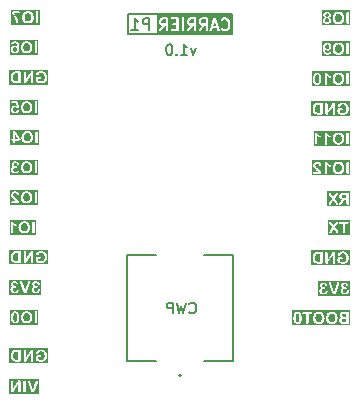
<source format=gbo>
%TF.GenerationSoftware,KiCad,Pcbnew,9.0.1*%
%TF.CreationDate,2025-12-21T16:37:51-06:00*%
%TF.ProjectId,ProtoCarrier_v1,50726f74-6f43-4617-9272-6965725f7631,rev?*%
%TF.SameCoordinates,Original*%
%TF.FileFunction,Legend,Bot*%
%TF.FilePolarity,Positive*%
%FSLAX46Y46*%
G04 Gerber Fmt 4.6, Leading zero omitted, Abs format (unit mm)*
G04 Created by KiCad (PCBNEW 9.0.1) date 2025-12-21 16:37:51*
%MOMM*%
%LPD*%
G01*
G04 APERTURE LIST*
%ADD10C,0.150000*%
%ADD11C,0.100000*%
%ADD12C,0.200000*%
%ADD13C,0.127000*%
G04 APERTURE END LIST*
D10*
X145575000Y-81537500D02*
X154425000Y-81537500D01*
X154425000Y-83212500D01*
X145575000Y-83212500D01*
X145575000Y-81537500D01*
D11*
X148050000Y-81612500D02*
X154350000Y-81612500D01*
X154350000Y-83112500D01*
X148050000Y-83112500D01*
X148050000Y-81612500D01*
G36*
X164392784Y-105356742D02*
G01*
X161673423Y-105356742D01*
X161673423Y-104925245D01*
X161784534Y-104925245D01*
X161790782Y-104986307D01*
X161809630Y-105045535D01*
X161840425Y-105100109D01*
X161883574Y-105149033D01*
X161936388Y-105189189D01*
X161999284Y-105220047D01*
X162068603Y-105239040D01*
X162147173Y-105245631D01*
X162201502Y-105242209D01*
X162250485Y-105232320D01*
X162294879Y-105216322D01*
X162355414Y-105182560D01*
X162402346Y-105142927D01*
X162440106Y-105097146D01*
X162466277Y-105051702D01*
X162483254Y-105005893D01*
X162487953Y-104973545D01*
X162481210Y-104936737D01*
X162461758Y-104908698D01*
X162432696Y-104890326D01*
X162396545Y-104884030D01*
X162377404Y-104886850D01*
X162358565Y-104895570D01*
X162343087Y-104908680D01*
X162334569Y-104923292D01*
X162295419Y-105010141D01*
X162258975Y-105063304D01*
X162229370Y-105088101D01*
X162192397Y-105103395D01*
X162145830Y-105108855D01*
X162104949Y-105103784D01*
X162065169Y-105088339D01*
X162030038Y-105063098D01*
X162000994Y-105027278D01*
X161982164Y-104984231D01*
X161975654Y-104933489D01*
X161980913Y-104882504D01*
X161995536Y-104842022D01*
X162018824Y-104809719D01*
X162050239Y-104785476D01*
X162089527Y-104770374D01*
X162138991Y-104764961D01*
X162181245Y-104767709D01*
X162218248Y-104770457D01*
X162253391Y-104765317D01*
X162277660Y-104751406D01*
X162293214Y-104729207D01*
X162298726Y-104698405D01*
X162292378Y-104668257D01*
X162273508Y-104644733D01*
X162244318Y-104629969D01*
X162199075Y-104624277D01*
X162171109Y-104624277D01*
X162130988Y-104620065D01*
X162095705Y-104607842D01*
X162064192Y-104587580D01*
X162039741Y-104560272D01*
X162024732Y-104525895D01*
X162019373Y-104482250D01*
X162023388Y-104448817D01*
X162035158Y-104419160D01*
X162055033Y-104392308D01*
X162080934Y-104371730D01*
X162112460Y-104359104D01*
X162151264Y-104354633D01*
X162190442Y-104357775D01*
X162219164Y-104366113D01*
X162243400Y-104379726D01*
X162261235Y-104396460D01*
X162290666Y-104445308D01*
X162316189Y-104501973D01*
X162325831Y-104515982D01*
X162341591Y-104527008D01*
X162360854Y-104533657D01*
X162383539Y-104535983D01*
X162410013Y-104530508D01*
X162435136Y-104513208D01*
X162452497Y-104487189D01*
X162458583Y-104452513D01*
X162453458Y-104416605D01*
X162436845Y-104376676D01*
X162410907Y-104338769D01*
X162373525Y-104301022D01*
X162370542Y-104298946D01*
X162595237Y-104298946D01*
X162599389Y-104331796D01*
X162609708Y-104366174D01*
X162621981Y-104400734D01*
X162864515Y-105055122D01*
X162890526Y-105126624D01*
X162904901Y-105159151D01*
X162920812Y-105186463D01*
X162940777Y-105209876D01*
X162966852Y-105229023D01*
X162997809Y-105241240D01*
X163037133Y-105245631D01*
X163076434Y-105241319D01*
X163107414Y-105229328D01*
X163133498Y-105210366D01*
X163153820Y-105186463D01*
X163184412Y-105126318D01*
X163210423Y-105055122D01*
X163258131Y-104925245D01*
X163578253Y-104925245D01*
X163584502Y-104986307D01*
X163603349Y-105045535D01*
X163634144Y-105100109D01*
X163677294Y-105149033D01*
X163730107Y-105189189D01*
X163793004Y-105220047D01*
X163862322Y-105239040D01*
X163940893Y-105245631D01*
X163995221Y-105242209D01*
X164044204Y-105232320D01*
X164088599Y-105216322D01*
X164149134Y-105182560D01*
X164196065Y-105142927D01*
X164233826Y-105097146D01*
X164259996Y-105051702D01*
X164276974Y-105005893D01*
X164281673Y-104973545D01*
X164274930Y-104936737D01*
X164255478Y-104908698D01*
X164226416Y-104890326D01*
X164190265Y-104884030D01*
X164171123Y-104886850D01*
X164152285Y-104895570D01*
X164136806Y-104908680D01*
X164128288Y-104923292D01*
X164089138Y-105010141D01*
X164052695Y-105063304D01*
X164023089Y-105088101D01*
X163986117Y-105103395D01*
X163939549Y-105108855D01*
X163898669Y-105103784D01*
X163858888Y-105088339D01*
X163823758Y-105063098D01*
X163794713Y-105027278D01*
X163775883Y-104984231D01*
X163769373Y-104933489D01*
X163774633Y-104882504D01*
X163789255Y-104842022D01*
X163812543Y-104809719D01*
X163843959Y-104785476D01*
X163883247Y-104770374D01*
X163932711Y-104764961D01*
X163974965Y-104767709D01*
X164011967Y-104770457D01*
X164047110Y-104765317D01*
X164071379Y-104751406D01*
X164086934Y-104729207D01*
X164092445Y-104698405D01*
X164086098Y-104668257D01*
X164067227Y-104644733D01*
X164038038Y-104629969D01*
X163992794Y-104624277D01*
X163964829Y-104624277D01*
X163924708Y-104620065D01*
X163889424Y-104607842D01*
X163857911Y-104587580D01*
X163833461Y-104560272D01*
X163818451Y-104525895D01*
X163813093Y-104482250D01*
X163817107Y-104448817D01*
X163828877Y-104419160D01*
X163848752Y-104392308D01*
X163874653Y-104371730D01*
X163906180Y-104359104D01*
X163944984Y-104354633D01*
X163984162Y-104357775D01*
X164012883Y-104366113D01*
X164037119Y-104379726D01*
X164054954Y-104396460D01*
X164084385Y-104445308D01*
X164109909Y-104501973D01*
X164119550Y-104515982D01*
X164135310Y-104527008D01*
X164154573Y-104533657D01*
X164177259Y-104535983D01*
X164203733Y-104530508D01*
X164228855Y-104513208D01*
X164246217Y-104487189D01*
X164252302Y-104452513D01*
X164247177Y-104416605D01*
X164230565Y-104376676D01*
X164204626Y-104338769D01*
X164167245Y-104301022D01*
X164121751Y-104269359D01*
X164063869Y-104243503D01*
X163999728Y-104227404D01*
X163925872Y-104221765D01*
X163861165Y-104226489D01*
X163804361Y-104240022D01*
X163752454Y-104262551D01*
X163708740Y-104292657D01*
X163672890Y-104330120D01*
X163647496Y-104372524D01*
X163632029Y-104419450D01*
X163626796Y-104470343D01*
X163630342Y-104515436D01*
X163640458Y-104554449D01*
X163656716Y-104588435D01*
X163691495Y-104635414D01*
X163740003Y-104682468D01*
X163692013Y-104712585D01*
X163652259Y-104746704D01*
X163619766Y-104785936D01*
X163596877Y-104828464D01*
X163582987Y-104874666D01*
X163578253Y-104925245D01*
X163258131Y-104925245D01*
X163448804Y-104406168D01*
X163461505Y-104371303D01*
X163472496Y-104334178D01*
X163476953Y-104300289D01*
X163470063Y-104266860D01*
X163448377Y-104235443D01*
X163427776Y-104219201D01*
X163404174Y-104209489D01*
X163376631Y-104206133D01*
X163342976Y-104210208D01*
X163318881Y-104221183D01*
X163301831Y-104238496D01*
X163281566Y-104276073D01*
X163257318Y-104340711D01*
X163032309Y-105007006D01*
X162806690Y-104335949D01*
X162779945Y-104261454D01*
X162768235Y-104241724D01*
X162749965Y-104223230D01*
X162726284Y-104210738D01*
X162692812Y-104206133D01*
X162667253Y-104209456D01*
X162643719Y-104219384D01*
X162623443Y-104234881D01*
X162608182Y-104254616D01*
X162598371Y-104277011D01*
X162595237Y-104298946D01*
X162370542Y-104298946D01*
X162328032Y-104269359D01*
X162270150Y-104243503D01*
X162206009Y-104227404D01*
X162132152Y-104221765D01*
X162067446Y-104226489D01*
X162010642Y-104240022D01*
X161958734Y-104262551D01*
X161915020Y-104292657D01*
X161879171Y-104330120D01*
X161853777Y-104372524D01*
X161838310Y-104419450D01*
X161833077Y-104470343D01*
X161836623Y-104515436D01*
X161846739Y-104554449D01*
X161862997Y-104588435D01*
X161897775Y-104635414D01*
X161946284Y-104682468D01*
X161898294Y-104712585D01*
X161858539Y-104746704D01*
X161826046Y-104785936D01*
X161803157Y-104828464D01*
X161789267Y-104874666D01*
X161784534Y-104925245D01*
X161673423Y-104925245D01*
X161673423Y-104095022D01*
X164392784Y-104095022D01*
X164392784Y-105356742D01*
G37*
G36*
X161861714Y-89855868D02*
G01*
X161709979Y-89855868D01*
X161631027Y-89853182D01*
X161572042Y-89839626D01*
X161543337Y-89826427D01*
X161519286Y-89809218D01*
X161485571Y-89773632D01*
X161458075Y-89728457D01*
X161436989Y-89671826D01*
X161423191Y-89601314D01*
X161418169Y-89514050D01*
X161424141Y-89415775D01*
X161439818Y-89344145D01*
X161462622Y-89293072D01*
X161496046Y-89248507D01*
X161532353Y-89218204D01*
X161572103Y-89199832D01*
X161640891Y-89185224D01*
X161729762Y-89179804D01*
X161861714Y-89179804D01*
X161861714Y-89855868D01*
G37*
G36*
X164392784Y-90146742D02*
G01*
X161097559Y-90146742D01*
X161097559Y-89515333D01*
X161208670Y-89515333D01*
X161212781Y-89603524D01*
X161224424Y-89680319D01*
X161244794Y-89752234D01*
X161273089Y-89815019D01*
X161310543Y-89871736D01*
X161357536Y-89922424D01*
X161400069Y-89955093D01*
X161446135Y-89980432D01*
X161495619Y-89998934D01*
X161549389Y-90011146D01*
X161606333Y-90017659D01*
X161673770Y-90020000D01*
X161938162Y-90020000D01*
X161990089Y-90015133D01*
X162022609Y-90002964D01*
X162046267Y-89982319D01*
X162059856Y-89955031D01*
X162066113Y-89921865D01*
X162068527Y-89875408D01*
X162068527Y-89141824D01*
X162066020Y-89114225D01*
X162287979Y-89114225D01*
X162287979Y-89901847D01*
X162293406Y-89954415D01*
X162307641Y-89990687D01*
X162329171Y-90015124D01*
X162358757Y-90030151D01*
X162399232Y-90035631D01*
X162426079Y-90033550D01*
X162449180Y-90027632D01*
X162470395Y-90017509D01*
X162490701Y-90002414D01*
X162526482Y-89962114D01*
X162559394Y-89915158D01*
X162936261Y-89336852D01*
X162936261Y-89917479D01*
X162939715Y-89955321D01*
X162949075Y-89984011D01*
X162963494Y-90005650D01*
X162983269Y-90022280D01*
X163006160Y-90032199D01*
X163033164Y-90035631D01*
X163061098Y-90032115D01*
X163084205Y-90022055D01*
X163103628Y-90005345D01*
X163117634Y-89983595D01*
X163126721Y-89954990D01*
X163130068Y-89917540D01*
X163130068Y-89609427D01*
X163322103Y-89609427D01*
X163322103Y-89801707D01*
X163324248Y-89838326D01*
X163329736Y-89863623D01*
X163340361Y-89885482D01*
X163357824Y-89905694D01*
X163380135Y-89923384D01*
X163409909Y-89941598D01*
X163501167Y-89984782D01*
X163585214Y-90013161D01*
X163671748Y-90029830D01*
X163768763Y-90035631D01*
X163845342Y-90031495D01*
X163915460Y-90019489D01*
X163979911Y-90000033D01*
X164041013Y-89972303D01*
X164094948Y-89937806D01*
X164142454Y-89896413D01*
X164183397Y-89848474D01*
X164217789Y-89793857D01*
X164245708Y-89731793D01*
X164265321Y-89666430D01*
X164277472Y-89594752D01*
X164281673Y-89515882D01*
X164277622Y-89438373D01*
X164265846Y-89367120D01*
X164246746Y-89301376D01*
X164219335Y-89238910D01*
X164185071Y-89184087D01*
X164143859Y-89136085D01*
X164095846Y-89094749D01*
X164040996Y-89060135D01*
X163978506Y-89032159D01*
X163912642Y-89012588D01*
X163839426Y-89000379D01*
X163757833Y-88996133D01*
X163690581Y-88999364D01*
X163631010Y-89008588D01*
X163578192Y-89023244D01*
X163505228Y-89054983D01*
X163451247Y-89091510D01*
X163407545Y-89135006D01*
X163377669Y-89178827D01*
X163358432Y-89224460D01*
X163352817Y-89260954D01*
X163360014Y-89297105D01*
X163381760Y-89327632D01*
X163413516Y-89348218D01*
X163451125Y-89355109D01*
X163472946Y-89352519D01*
X163494050Y-89344668D01*
X163512891Y-89332156D01*
X163528550Y-89315359D01*
X163591931Y-89226821D01*
X163621302Y-89199990D01*
X163661357Y-89176690D01*
X163708579Y-89161905D01*
X163772854Y-89156357D01*
X163840267Y-89162619D01*
X163897784Y-89180476D01*
X163948678Y-89209976D01*
X163991695Y-89250451D01*
X164025596Y-89300478D01*
X164051474Y-89362986D01*
X164066803Y-89431884D01*
X164072173Y-89510753D01*
X164066351Y-89599440D01*
X164050189Y-89672300D01*
X164025112Y-89732061D01*
X163991756Y-89780947D01*
X163948404Y-89821664D01*
X163897655Y-89850858D01*
X163838036Y-89869008D01*
X163767419Y-89875408D01*
X163698751Y-89870700D01*
X163635711Y-89856967D01*
X163574670Y-89835035D01*
X163511819Y-89804883D01*
X163511819Y-89644842D01*
X163666974Y-89644842D01*
X163720263Y-89639852D01*
X163753986Y-89627318D01*
X163770165Y-89613345D01*
X163780102Y-89594092D01*
X163783722Y-89567723D01*
X163777466Y-89536238D01*
X163758871Y-89510936D01*
X163730656Y-89494480D01*
X163691582Y-89488527D01*
X163461383Y-89488527D01*
X163420410Y-89490604D01*
X163388965Y-89496160D01*
X163362097Y-89508418D01*
X163340605Y-89530354D01*
X163327346Y-89560844D01*
X163322103Y-89609427D01*
X163130068Y-89609427D01*
X163130068Y-89144938D01*
X163126937Y-89098209D01*
X163119016Y-89067025D01*
X163101629Y-89038801D01*
X163075235Y-89015917D01*
X163043322Y-89001045D01*
X163009228Y-88996133D01*
X162982754Y-88998549D01*
X162961662Y-89005232D01*
X162943023Y-89015873D01*
X162926980Y-89029595D01*
X162896693Y-89069040D01*
X162864820Y-89119232D01*
X162478367Y-89706697D01*
X162478367Y-89114774D01*
X162475082Y-89076107D01*
X162466272Y-89047253D01*
X162452904Y-89025931D01*
X162434166Y-89009511D01*
X162411657Y-88999606D01*
X162384211Y-88996133D01*
X162355807Y-88999626D01*
X162332756Y-89009525D01*
X162313808Y-89025809D01*
X162300227Y-89047081D01*
X162291302Y-89075800D01*
X162287979Y-89114225D01*
X162066020Y-89114225D01*
X162064599Y-89098589D01*
X162054202Y-89067539D01*
X162038546Y-89045593D01*
X162016567Y-89029971D01*
X161985477Y-89019594D01*
X161942192Y-89015673D01*
X161677861Y-89015673D01*
X161578287Y-89020854D01*
X161500357Y-89034846D01*
X161452726Y-89051250D01*
X161408018Y-89075096D01*
X161365779Y-89106837D01*
X161319693Y-89153222D01*
X161281511Y-89206832D01*
X161250954Y-89268534D01*
X161228177Y-89339513D01*
X161213756Y-89421222D01*
X161208739Y-89514050D01*
X161208670Y-89515333D01*
X161097559Y-89515333D01*
X161097559Y-88885022D01*
X164392784Y-88885022D01*
X164392784Y-90146742D01*
G37*
G36*
X159981643Y-106864261D02*
G01*
X160014941Y-106880585D01*
X160042227Y-106907962D01*
X160064078Y-106948972D01*
X160081596Y-107010864D01*
X160094096Y-107101389D01*
X160098944Y-107228996D01*
X160094771Y-107351960D01*
X160083984Y-107439717D01*
X160070648Y-107493376D01*
X160053737Y-107533683D01*
X160033975Y-107563304D01*
X160008089Y-107586267D01*
X159976982Y-107600099D01*
X159939026Y-107604947D01*
X159899778Y-107599875D01*
X159868034Y-107585465D01*
X159842001Y-107561594D01*
X159822188Y-107530922D01*
X159805513Y-107490169D01*
X159792663Y-107436969D01*
X159782391Y-107349360D01*
X159778375Y-107223501D01*
X159782550Y-107103882D01*
X159793335Y-107018642D01*
X159806655Y-106966639D01*
X159823574Y-106927566D01*
X159843405Y-106898841D01*
X159869202Y-106876792D01*
X159900924Y-106863317D01*
X159940369Y-106858541D01*
X159981643Y-106864261D01*
G37*
G36*
X161792564Y-106876064D02*
G01*
X161845525Y-106893040D01*
X161893033Y-106920928D01*
X161933635Y-106959352D01*
X161965881Y-107007413D01*
X161992009Y-107070727D01*
X162007845Y-107141040D01*
X162013442Y-107223135D01*
X162007855Y-107305958D01*
X161992009Y-107377313D01*
X161965475Y-107441635D01*
X161931620Y-107491435D01*
X161889303Y-107531296D01*
X161842105Y-107559091D01*
X161789740Y-107575775D01*
X161731219Y-107581500D01*
X161680756Y-107577141D01*
X161633673Y-107564270D01*
X161589192Y-107542787D01*
X161549897Y-107513143D01*
X161515574Y-107473737D01*
X161486060Y-107422986D01*
X161465520Y-107367613D01*
X161452358Y-107301655D01*
X161447653Y-107223135D01*
X161451892Y-107150540D01*
X161463914Y-107087598D01*
X161482946Y-107032930D01*
X161510573Y-106982585D01*
X161544078Y-106942533D01*
X161583696Y-106911420D01*
X161628889Y-106888784D01*
X161678625Y-106875005D01*
X161733967Y-106870265D01*
X161792564Y-106876064D01*
G37*
G36*
X162900450Y-106876064D02*
G01*
X162953410Y-106893040D01*
X163000919Y-106920928D01*
X163041521Y-106959352D01*
X163073767Y-107007413D01*
X163099895Y-107070727D01*
X163115730Y-107141040D01*
X163121327Y-107223135D01*
X163115740Y-107305958D01*
X163099895Y-107377313D01*
X163073361Y-107441635D01*
X163039506Y-107491435D01*
X162997188Y-107531296D01*
X162949991Y-107559091D01*
X162897625Y-107575775D01*
X162839105Y-107581500D01*
X162788641Y-107577141D01*
X162741559Y-107564270D01*
X162697077Y-107542787D01*
X162657782Y-107513143D01*
X162623460Y-107473737D01*
X162593946Y-107422986D01*
X162573405Y-107367613D01*
X162560244Y-107301655D01*
X162555539Y-107223135D01*
X162559777Y-107150540D01*
X162571799Y-107087598D01*
X162590832Y-107032930D01*
X162618459Y-106982585D01*
X162651964Y-106942533D01*
X162691582Y-106911420D01*
X162736774Y-106888784D01*
X162786510Y-106875005D01*
X162841852Y-106870265D01*
X162900450Y-106876064D01*
G37*
G36*
X164085293Y-107573684D02*
G01*
X163869321Y-107573684D01*
X163798658Y-107568286D01*
X163747514Y-107554043D01*
X163711216Y-107532966D01*
X163686331Y-107505635D01*
X163671077Y-107471089D01*
X163665622Y-107427016D01*
X163671973Y-107379872D01*
X163689535Y-107344623D01*
X163718196Y-107318267D01*
X163754979Y-107300879D01*
X163806208Y-107289007D01*
X163876160Y-107284501D01*
X164085293Y-107284501D01*
X164085293Y-107573684D01*
G37*
G36*
X164085293Y-107136001D02*
G01*
X163901439Y-107136001D01*
X163830344Y-107131934D01*
X163785118Y-107121896D01*
X163760079Y-107109692D01*
X163739480Y-107092022D01*
X163722775Y-107068224D01*
X163710197Y-107038640D01*
X163705922Y-107005270D01*
X163712539Y-106959069D01*
X163730341Y-106927472D01*
X163759167Y-106906474D01*
X163795743Y-106894101D01*
X163848598Y-106885362D01*
X163922566Y-106881988D01*
X164085293Y-106881988D01*
X164085293Y-107136001D01*
G37*
G36*
X164403155Y-107856742D02*
G01*
X159476205Y-107856742D01*
X159476205Y-107237240D01*
X159587316Y-107237240D01*
X159591040Y-107346013D01*
X159601055Y-107431107D01*
X159620834Y-107509238D01*
X159651796Y-107578386D01*
X159686580Y-107628437D01*
X159726784Y-107669376D01*
X159772758Y-107702095D01*
X159823725Y-107726161D01*
X159878387Y-107740683D01*
X159937683Y-107745631D01*
X160005423Y-107739005D01*
X160067393Y-107719520D01*
X160124956Y-107686952D01*
X160175007Y-107643478D01*
X160216467Y-107589859D01*
X160249642Y-107524652D01*
X160267798Y-107465592D01*
X160280844Y-107398379D01*
X160288171Y-107327820D01*
X160290736Y-107248902D01*
X160287848Y-107147737D01*
X160279806Y-107062056D01*
X160265139Y-106982147D01*
X160245551Y-106918930D01*
X160213533Y-106857291D01*
X160177531Y-106812013D01*
X160336959Y-106812013D01*
X160343742Y-106847133D01*
X160363520Y-106874112D01*
X160394550Y-106891113D01*
X160442716Y-106897620D01*
X160662107Y-106897620D01*
X160662107Y-107620518D01*
X160665795Y-107661864D01*
X160675670Y-107692431D01*
X160690683Y-107714795D01*
X160711442Y-107731839D01*
X160735690Y-107742073D01*
X160764506Y-107745631D01*
X160793754Y-107742028D01*
X160818341Y-107731669D01*
X160839366Y-107714429D01*
X160854590Y-107691864D01*
X160864547Y-107661376D01*
X160868248Y-107620518D01*
X160868248Y-107224539D01*
X161238093Y-107224539D01*
X161241782Y-107301645D01*
X161252456Y-107371959D01*
X161269661Y-107436236D01*
X161294509Y-107497650D01*
X161326031Y-107552540D01*
X161364305Y-107601589D01*
X161409288Y-107644331D01*
X161460742Y-107679938D01*
X161519399Y-107708628D01*
X161581704Y-107728710D01*
X161651488Y-107741257D01*
X161729876Y-107745631D01*
X161807716Y-107741169D01*
X161877759Y-107728305D01*
X161941024Y-107707590D01*
X162000596Y-107678255D01*
X162052242Y-107642497D01*
X162096789Y-107600184D01*
X162134560Y-107551545D01*
X162166010Y-107496249D01*
X162191128Y-107433489D01*
X162208620Y-107367895D01*
X162219339Y-107297962D01*
X162222933Y-107224539D01*
X162345978Y-107224539D01*
X162349667Y-107301645D01*
X162360341Y-107371959D01*
X162377547Y-107436236D01*
X162402395Y-107497650D01*
X162433917Y-107552540D01*
X162472191Y-107601589D01*
X162517174Y-107644331D01*
X162568628Y-107679938D01*
X162627285Y-107708628D01*
X162689589Y-107728710D01*
X162759374Y-107741257D01*
X162837761Y-107745631D01*
X162915602Y-107741169D01*
X162985644Y-107728305D01*
X163048909Y-107707590D01*
X163108481Y-107678255D01*
X163160127Y-107642497D01*
X163204675Y-107600184D01*
X163242446Y-107551545D01*
X163273895Y-107496249D01*
X163295471Y-107442342D01*
X163456123Y-107442342D01*
X163461048Y-107497486D01*
X163475494Y-107547980D01*
X163499476Y-107594811D01*
X163531856Y-107636179D01*
X163570610Y-107669350D01*
X163616468Y-107694951D01*
X163664691Y-107711037D01*
X163722165Y-107722123D01*
X163784190Y-107727885D01*
X163861139Y-107730000D01*
X164167114Y-107730000D01*
X164210869Y-107726003D01*
X164241767Y-107715498D01*
X164263162Y-107699774D01*
X164278238Y-107677715D01*
X164288262Y-107646726D01*
X164292044Y-107603848D01*
X164292044Y-106851824D01*
X164288135Y-106808090D01*
X164277838Y-106776993D01*
X164262430Y-106755287D01*
X164240711Y-106739828D01*
X164209960Y-106729555D01*
X164167114Y-106725673D01*
X163842698Y-106725673D01*
X163773130Y-106728078D01*
X163717951Y-106734588D01*
X163667295Y-106747841D01*
X163623124Y-106769026D01*
X163589449Y-106793037D01*
X163559743Y-106822882D01*
X163535435Y-106857275D01*
X163517733Y-106894994D01*
X163506920Y-106935340D01*
X163503262Y-106978403D01*
X163506063Y-107005270D01*
X163509281Y-107036140D01*
X163526538Y-107085466D01*
X163554823Y-107128178D01*
X163595246Y-107165369D01*
X163650113Y-107197306D01*
X163587351Y-107223091D01*
X163539195Y-107254553D01*
X163503125Y-107291403D01*
X163477495Y-107334105D01*
X163461676Y-107383832D01*
X163457578Y-107427016D01*
X163456123Y-107442342D01*
X163295471Y-107442342D01*
X163299014Y-107433489D01*
X163316506Y-107367895D01*
X163327224Y-107297962D01*
X163330887Y-107223135D01*
X163327037Y-107146548D01*
X163315836Y-107075990D01*
X163297670Y-107010765D01*
X163271658Y-106948463D01*
X163239515Y-106893867D01*
X163201256Y-106846146D01*
X163156420Y-106804626D01*
X163105420Y-106770030D01*
X163047566Y-106742159D01*
X162986203Y-106722571D01*
X162917970Y-106710373D01*
X162841852Y-106706133D01*
X162763545Y-106710430D01*
X162693371Y-106722789D01*
X162630298Y-106742621D01*
X162573429Y-106769637D01*
X162520593Y-106804829D01*
X162475019Y-106846332D01*
X162436123Y-106894523D01*
X162403620Y-106950071D01*
X162372363Y-107029957D01*
X162352821Y-107120798D01*
X162346071Y-107223135D01*
X162345978Y-107224539D01*
X162222933Y-107224539D01*
X162223002Y-107223135D01*
X162219151Y-107146548D01*
X162207951Y-107075990D01*
X162189785Y-107010765D01*
X162163772Y-106948463D01*
X162131630Y-106893867D01*
X162093370Y-106846146D01*
X162048534Y-106804626D01*
X161997534Y-106770030D01*
X161939680Y-106742159D01*
X161878317Y-106722571D01*
X161810085Y-106710373D01*
X161733967Y-106706133D01*
X161655659Y-106710430D01*
X161585485Y-106722789D01*
X161522412Y-106742621D01*
X161465544Y-106769637D01*
X161412707Y-106804829D01*
X161367134Y-106846332D01*
X161328238Y-106894523D01*
X161295734Y-106950071D01*
X161264478Y-107029957D01*
X161244936Y-107120798D01*
X161238186Y-107223135D01*
X161238093Y-107224539D01*
X160868248Y-107224539D01*
X160868248Y-106897620D01*
X161087578Y-106897620D01*
X161121977Y-106894586D01*
X161147467Y-106886460D01*
X161166163Y-106874112D01*
X161185418Y-106847190D01*
X161192053Y-106812013D01*
X161185106Y-106775685D01*
X161165125Y-106748815D01*
X161134069Y-106732010D01*
X161087578Y-106725673D01*
X160442716Y-106725673D01*
X160407926Y-106728752D01*
X160382139Y-106737003D01*
X160363215Y-106749548D01*
X160343667Y-106776760D01*
X160336959Y-106812013D01*
X160177531Y-106812013D01*
X160174323Y-106807978D01*
X160127704Y-106769331D01*
X160074017Y-106741212D01*
X160013038Y-106723891D01*
X159943117Y-106717857D01*
X159874626Y-106723796D01*
X159814645Y-106740877D01*
X159760419Y-106769212D01*
X159713285Y-106808166D01*
X159673652Y-106856685D01*
X159639401Y-106917648D01*
X159618551Y-106973406D01*
X159602151Y-107043399D01*
X159591284Y-107130340D01*
X159587826Y-107223501D01*
X159587316Y-107237240D01*
X159476205Y-107237240D01*
X159476205Y-106595022D01*
X164403155Y-106595022D01*
X164403155Y-107856742D01*
G37*
G36*
X137169047Y-81426064D02*
G01*
X137222008Y-81443040D01*
X137269516Y-81470928D01*
X137310118Y-81509352D01*
X137342364Y-81557413D01*
X137368492Y-81620727D01*
X137384328Y-81691040D01*
X137389924Y-81773135D01*
X137384337Y-81855958D01*
X137368492Y-81927313D01*
X137341958Y-81991635D01*
X137308103Y-82041435D01*
X137265786Y-82081296D01*
X137218588Y-82109091D01*
X137166222Y-82125775D01*
X137107702Y-82131500D01*
X137057239Y-82127141D01*
X137010156Y-82114270D01*
X136965675Y-82092787D01*
X136926380Y-82063143D01*
X136892057Y-82023737D01*
X136862543Y-81972986D01*
X136842003Y-81917613D01*
X136828841Y-81851655D01*
X136824136Y-81773135D01*
X136828375Y-81700540D01*
X136840397Y-81637598D01*
X136859429Y-81582930D01*
X136887056Y-81532585D01*
X136920561Y-81492533D01*
X136960179Y-81461420D01*
X137005372Y-81438784D01*
X137055108Y-81425005D01*
X137110450Y-81420265D01*
X137169047Y-81426064D01*
G37*
G36*
X138093630Y-82406742D02*
G01*
X135642203Y-82406742D01*
X135642203Y-81373492D01*
X135753314Y-81373492D01*
X135760442Y-81403780D01*
X135787997Y-81450184D01*
X135866704Y-81554476D01*
X135909653Y-81615614D01*
X135957440Y-81695954D01*
X136000595Y-81785988D01*
X136043047Y-81902461D01*
X136066250Y-81991671D01*
X136081271Y-82083750D01*
X136095621Y-82170518D01*
X136114922Y-82234059D01*
X136136898Y-82268215D01*
X136156304Y-82283203D01*
X136179693Y-82292388D01*
X136208217Y-82295631D01*
X136235242Y-82292202D01*
X136257673Y-82282376D01*
X136276605Y-82266017D01*
X136290201Y-82244771D01*
X136299083Y-82216448D01*
X136302372Y-82178944D01*
X136298414Y-82131530D01*
X136283932Y-82059754D01*
X136261065Y-81981381D01*
X136223726Y-81879563D01*
X136177552Y-81774857D01*
X136177385Y-81774539D01*
X136614576Y-81774539D01*
X136618265Y-81851645D01*
X136628939Y-81921959D01*
X136646144Y-81986236D01*
X136670992Y-82047650D01*
X136702514Y-82102540D01*
X136740788Y-82151589D01*
X136785771Y-82194331D01*
X136837225Y-82229938D01*
X136895882Y-82258628D01*
X136958187Y-82278710D01*
X137027971Y-82291257D01*
X137106359Y-82295631D01*
X137184199Y-82291169D01*
X137254241Y-82278305D01*
X137317506Y-82257590D01*
X137377079Y-82228255D01*
X137428725Y-82192497D01*
X137473272Y-82150184D01*
X137511043Y-82101545D01*
X137542493Y-82046249D01*
X137567611Y-81983489D01*
X137585103Y-81917895D01*
X137595822Y-81847962D01*
X137599485Y-81773135D01*
X137595634Y-81696548D01*
X137584434Y-81625990D01*
X137566268Y-81560765D01*
X137540255Y-81498463D01*
X137508113Y-81443867D01*
X137469853Y-81396146D01*
X137453566Y-81381064D01*
X137775706Y-81381064D01*
X137775706Y-82170029D01*
X137779416Y-82211051D01*
X137789394Y-82241658D01*
X137804649Y-82264307D01*
X137825661Y-82281583D01*
X137850435Y-82291997D01*
X137880120Y-82295631D01*
X137908441Y-82292018D01*
X137932607Y-82281545D01*
X137953637Y-82263941D01*
X137968900Y-82241086D01*
X137978840Y-82210554D01*
X137982519Y-82170029D01*
X137982519Y-81381064D01*
X137978871Y-81340509D01*
X137969043Y-81310119D01*
X137954003Y-81287519D01*
X137933203Y-81270150D01*
X137908937Y-81259746D01*
X137880120Y-81256133D01*
X137850413Y-81259738D01*
X137825638Y-81270058D01*
X137804649Y-81287152D01*
X137789409Y-81309578D01*
X137779425Y-81340045D01*
X137775706Y-81381064D01*
X137453566Y-81381064D01*
X137425017Y-81354626D01*
X137374017Y-81320030D01*
X137316163Y-81292159D01*
X137254800Y-81272571D01*
X137186567Y-81260373D01*
X137110450Y-81256133D01*
X137032142Y-81260430D01*
X136961968Y-81272789D01*
X136898895Y-81292621D01*
X136842027Y-81319637D01*
X136789190Y-81354829D01*
X136743617Y-81396332D01*
X136704720Y-81444523D01*
X136672217Y-81500071D01*
X136640961Y-81579957D01*
X136621419Y-81670798D01*
X136614669Y-81773135D01*
X136614576Y-81774539D01*
X136177385Y-81774539D01*
X136119434Y-81664202D01*
X136052135Y-81555702D01*
X135973133Y-81447620D01*
X136334551Y-81447620D01*
X136388042Y-81441611D01*
X136421563Y-81426371D01*
X136437251Y-81410133D01*
X136447016Y-81388520D01*
X136450566Y-81359754D01*
X136446574Y-81329413D01*
X136436136Y-81309698D01*
X136419792Y-81297472D01*
X136385724Y-81287438D01*
X136334551Y-81283489D01*
X135879588Y-81283489D01*
X135818680Y-81289587D01*
X135783356Y-81304433D01*
X135767208Y-81320615D01*
X135757052Y-81342929D01*
X135753314Y-81373492D01*
X135642203Y-81373492D01*
X135642203Y-81145022D01*
X138093630Y-81145022D01*
X138093630Y-82406742D01*
G37*
G36*
X136311714Y-87195868D02*
G01*
X136159979Y-87195868D01*
X136081027Y-87193182D01*
X136022042Y-87179626D01*
X135993337Y-87166427D01*
X135969286Y-87149218D01*
X135935571Y-87113632D01*
X135908075Y-87068457D01*
X135886989Y-87011826D01*
X135873191Y-86941314D01*
X135868169Y-86854050D01*
X135874141Y-86755775D01*
X135889818Y-86684145D01*
X135912622Y-86633072D01*
X135946046Y-86588507D01*
X135982353Y-86558204D01*
X136022103Y-86539832D01*
X136090891Y-86525224D01*
X136179762Y-86519804D01*
X136311714Y-86519804D01*
X136311714Y-87195868D01*
G37*
G36*
X138842784Y-87486742D02*
G01*
X135547559Y-87486742D01*
X135547559Y-86855333D01*
X135658670Y-86855333D01*
X135662781Y-86943524D01*
X135674424Y-87020319D01*
X135694794Y-87092234D01*
X135723089Y-87155019D01*
X135760543Y-87211736D01*
X135807536Y-87262424D01*
X135850069Y-87295093D01*
X135896135Y-87320432D01*
X135945619Y-87338934D01*
X135999389Y-87351146D01*
X136056333Y-87357659D01*
X136123770Y-87360000D01*
X136388162Y-87360000D01*
X136440089Y-87355133D01*
X136472609Y-87342964D01*
X136496267Y-87322319D01*
X136509856Y-87295031D01*
X136516113Y-87261865D01*
X136518527Y-87215408D01*
X136518527Y-86481824D01*
X136516020Y-86454225D01*
X136737979Y-86454225D01*
X136737979Y-87241847D01*
X136743406Y-87294415D01*
X136757641Y-87330687D01*
X136779171Y-87355124D01*
X136808757Y-87370151D01*
X136849232Y-87375631D01*
X136876079Y-87373550D01*
X136899180Y-87367632D01*
X136920395Y-87357509D01*
X136940701Y-87342414D01*
X136976482Y-87302114D01*
X137009394Y-87255158D01*
X137386261Y-86676852D01*
X137386261Y-87257479D01*
X137389715Y-87295321D01*
X137399075Y-87324011D01*
X137413494Y-87345650D01*
X137433269Y-87362280D01*
X137456160Y-87372199D01*
X137483164Y-87375631D01*
X137511098Y-87372115D01*
X137534205Y-87362055D01*
X137553628Y-87345345D01*
X137567634Y-87323595D01*
X137576721Y-87294990D01*
X137580068Y-87257540D01*
X137580068Y-86949427D01*
X137772103Y-86949427D01*
X137772103Y-87141707D01*
X137774248Y-87178326D01*
X137779736Y-87203623D01*
X137790361Y-87225482D01*
X137807824Y-87245694D01*
X137830135Y-87263384D01*
X137859909Y-87281598D01*
X137951167Y-87324782D01*
X138035214Y-87353161D01*
X138121748Y-87369830D01*
X138218763Y-87375631D01*
X138295342Y-87371495D01*
X138365460Y-87359489D01*
X138429911Y-87340033D01*
X138491013Y-87312303D01*
X138544948Y-87277806D01*
X138592454Y-87236413D01*
X138633397Y-87188474D01*
X138667789Y-87133857D01*
X138695708Y-87071793D01*
X138715321Y-87006430D01*
X138727472Y-86934752D01*
X138731673Y-86855882D01*
X138727622Y-86778373D01*
X138715846Y-86707120D01*
X138696746Y-86641376D01*
X138669335Y-86578910D01*
X138635071Y-86524087D01*
X138593859Y-86476085D01*
X138545846Y-86434749D01*
X138490996Y-86400135D01*
X138428506Y-86372159D01*
X138362642Y-86352588D01*
X138289426Y-86340379D01*
X138207833Y-86336133D01*
X138140581Y-86339364D01*
X138081010Y-86348588D01*
X138028192Y-86363244D01*
X137955228Y-86394983D01*
X137901247Y-86431510D01*
X137857545Y-86475006D01*
X137827669Y-86518827D01*
X137808432Y-86564460D01*
X137802817Y-86600954D01*
X137810014Y-86637105D01*
X137831760Y-86667632D01*
X137863516Y-86688218D01*
X137901125Y-86695109D01*
X137922946Y-86692519D01*
X137944050Y-86684668D01*
X137962891Y-86672156D01*
X137978550Y-86655359D01*
X138041931Y-86566821D01*
X138071302Y-86539990D01*
X138111357Y-86516690D01*
X138158579Y-86501905D01*
X138222854Y-86496357D01*
X138290267Y-86502619D01*
X138347784Y-86520476D01*
X138398678Y-86549976D01*
X138441695Y-86590451D01*
X138475596Y-86640478D01*
X138501474Y-86702986D01*
X138516803Y-86771884D01*
X138522173Y-86850753D01*
X138516351Y-86939440D01*
X138500189Y-87012300D01*
X138475112Y-87072061D01*
X138441756Y-87120947D01*
X138398404Y-87161664D01*
X138347655Y-87190858D01*
X138288036Y-87209008D01*
X138217419Y-87215408D01*
X138148751Y-87210700D01*
X138085711Y-87196967D01*
X138024670Y-87175035D01*
X137961819Y-87144883D01*
X137961819Y-86984842D01*
X138116974Y-86984842D01*
X138170263Y-86979852D01*
X138203986Y-86967318D01*
X138220165Y-86953345D01*
X138230102Y-86934092D01*
X138233722Y-86907723D01*
X138227466Y-86876238D01*
X138208871Y-86850936D01*
X138180656Y-86834480D01*
X138141582Y-86828527D01*
X137911383Y-86828527D01*
X137870410Y-86830604D01*
X137838965Y-86836160D01*
X137812097Y-86848418D01*
X137790605Y-86870354D01*
X137777346Y-86900844D01*
X137772103Y-86949427D01*
X137580068Y-86949427D01*
X137580068Y-86484938D01*
X137576937Y-86438209D01*
X137569016Y-86407025D01*
X137551629Y-86378801D01*
X137525235Y-86355917D01*
X137493322Y-86341045D01*
X137459228Y-86336133D01*
X137432754Y-86338549D01*
X137411662Y-86345232D01*
X137393023Y-86355873D01*
X137376980Y-86369595D01*
X137346693Y-86409040D01*
X137314820Y-86459232D01*
X136928367Y-87046697D01*
X136928367Y-86454774D01*
X136925082Y-86416107D01*
X136916272Y-86387253D01*
X136902904Y-86365931D01*
X136884166Y-86349511D01*
X136861657Y-86339606D01*
X136834211Y-86336133D01*
X136805807Y-86339626D01*
X136782756Y-86349525D01*
X136763808Y-86365809D01*
X136750227Y-86387081D01*
X136741302Y-86415800D01*
X136737979Y-86454225D01*
X136516020Y-86454225D01*
X136514599Y-86438589D01*
X136504202Y-86407539D01*
X136488546Y-86385593D01*
X136466567Y-86369971D01*
X136435477Y-86359594D01*
X136392192Y-86355673D01*
X136127861Y-86355673D01*
X136028287Y-86360854D01*
X135950357Y-86374846D01*
X135902726Y-86391250D01*
X135858018Y-86415096D01*
X135815779Y-86446837D01*
X135769693Y-86493222D01*
X135731511Y-86546832D01*
X135700954Y-86608534D01*
X135678177Y-86679513D01*
X135663756Y-86761222D01*
X135658739Y-86854050D01*
X135658670Y-86855333D01*
X135547559Y-86855333D01*
X135547559Y-86225022D01*
X138842784Y-86225022D01*
X138842784Y-87486742D01*
G37*
G36*
X136079759Y-106814261D02*
G01*
X136113056Y-106830585D01*
X136140343Y-106857962D01*
X136162194Y-106898972D01*
X136179712Y-106960864D01*
X136192212Y-107051389D01*
X136197060Y-107178996D01*
X136192887Y-107301960D01*
X136182100Y-107389717D01*
X136168764Y-107443376D01*
X136151853Y-107483683D01*
X136132091Y-107513304D01*
X136106205Y-107536267D01*
X136075098Y-107550099D01*
X136037142Y-107554947D01*
X135997894Y-107549875D01*
X135966150Y-107535465D01*
X135940116Y-107511594D01*
X135920304Y-107480922D01*
X135903629Y-107440169D01*
X135890779Y-107386969D01*
X135880507Y-107299360D01*
X135876491Y-107173501D01*
X135880666Y-107053882D01*
X135891451Y-106968642D01*
X135904771Y-106916639D01*
X135921690Y-106877566D01*
X135941521Y-106848841D01*
X135967318Y-106826792D01*
X135999040Y-106813317D01*
X136038485Y-106808541D01*
X136079759Y-106814261D01*
G37*
G36*
X137069047Y-106826064D02*
G01*
X137122008Y-106843040D01*
X137169516Y-106870928D01*
X137210118Y-106909352D01*
X137242364Y-106957413D01*
X137268492Y-107020727D01*
X137284328Y-107091040D01*
X137289924Y-107173135D01*
X137284337Y-107255958D01*
X137268492Y-107327313D01*
X137241958Y-107391635D01*
X137208103Y-107441435D01*
X137165786Y-107481296D01*
X137118588Y-107509091D01*
X137066222Y-107525775D01*
X137007702Y-107531500D01*
X136957239Y-107527141D01*
X136910156Y-107514270D01*
X136865675Y-107492787D01*
X136826380Y-107463143D01*
X136792057Y-107423737D01*
X136762543Y-107372986D01*
X136742003Y-107317613D01*
X136728841Y-107251655D01*
X136724136Y-107173135D01*
X136728375Y-107100540D01*
X136740397Y-107037598D01*
X136759429Y-106982930D01*
X136787056Y-106932585D01*
X136820561Y-106892533D01*
X136860179Y-106861420D01*
X136905372Y-106838784D01*
X136955108Y-106825005D01*
X137010450Y-106820265D01*
X137069047Y-106826064D01*
G37*
G36*
X137993630Y-107806742D02*
G01*
X135574321Y-107806742D01*
X135574321Y-107187240D01*
X135685432Y-107187240D01*
X135689156Y-107296013D01*
X135699171Y-107381107D01*
X135718950Y-107459238D01*
X135749912Y-107528386D01*
X135784696Y-107578437D01*
X135824900Y-107619376D01*
X135870874Y-107652095D01*
X135921841Y-107676161D01*
X135976503Y-107690683D01*
X136035799Y-107695631D01*
X136103538Y-107689005D01*
X136165509Y-107669520D01*
X136223072Y-107636952D01*
X136273123Y-107593478D01*
X136314582Y-107539859D01*
X136347758Y-107474652D01*
X136365914Y-107415592D01*
X136378960Y-107348379D01*
X136386287Y-107277820D01*
X136388852Y-107198902D01*
X136388156Y-107174539D01*
X136514576Y-107174539D01*
X136518265Y-107251645D01*
X136528939Y-107321959D01*
X136546144Y-107386236D01*
X136570992Y-107447650D01*
X136602514Y-107502540D01*
X136640788Y-107551589D01*
X136685771Y-107594331D01*
X136737225Y-107629938D01*
X136795882Y-107658628D01*
X136858187Y-107678710D01*
X136927971Y-107691257D01*
X137006359Y-107695631D01*
X137084199Y-107691169D01*
X137154241Y-107678305D01*
X137217506Y-107657590D01*
X137277079Y-107628255D01*
X137328725Y-107592497D01*
X137373272Y-107550184D01*
X137411043Y-107501545D01*
X137442493Y-107446249D01*
X137467611Y-107383489D01*
X137485103Y-107317895D01*
X137495822Y-107247962D01*
X137499485Y-107173135D01*
X137495634Y-107096548D01*
X137484434Y-107025990D01*
X137466268Y-106960765D01*
X137440255Y-106898463D01*
X137408113Y-106843867D01*
X137369853Y-106796146D01*
X137353566Y-106781064D01*
X137675706Y-106781064D01*
X137675706Y-107570029D01*
X137679416Y-107611051D01*
X137689394Y-107641658D01*
X137704649Y-107664307D01*
X137725661Y-107681583D01*
X137750435Y-107691997D01*
X137780120Y-107695631D01*
X137808441Y-107692018D01*
X137832607Y-107681545D01*
X137853637Y-107663941D01*
X137868900Y-107641086D01*
X137878840Y-107610554D01*
X137882519Y-107570029D01*
X137882519Y-106781064D01*
X137878871Y-106740509D01*
X137869043Y-106710119D01*
X137854003Y-106687519D01*
X137833203Y-106670150D01*
X137808937Y-106659746D01*
X137780120Y-106656133D01*
X137750413Y-106659738D01*
X137725638Y-106670058D01*
X137704649Y-106687152D01*
X137689409Y-106709578D01*
X137679425Y-106740045D01*
X137675706Y-106781064D01*
X137353566Y-106781064D01*
X137325017Y-106754626D01*
X137274017Y-106720030D01*
X137216163Y-106692159D01*
X137154800Y-106672571D01*
X137086567Y-106660373D01*
X137010450Y-106656133D01*
X136932142Y-106660430D01*
X136861968Y-106672789D01*
X136798895Y-106692621D01*
X136742027Y-106719637D01*
X136689190Y-106754829D01*
X136643617Y-106796332D01*
X136604720Y-106844523D01*
X136572217Y-106900071D01*
X136540961Y-106979957D01*
X136521419Y-107070798D01*
X136514669Y-107173135D01*
X136514576Y-107174539D01*
X136388156Y-107174539D01*
X136385964Y-107097737D01*
X136377922Y-107012056D01*
X136363255Y-106932147D01*
X136343667Y-106868930D01*
X136311649Y-106807291D01*
X136272439Y-106757978D01*
X136225819Y-106719331D01*
X136172132Y-106691212D01*
X136111154Y-106673891D01*
X136041233Y-106667857D01*
X135972741Y-106673796D01*
X135912761Y-106690877D01*
X135858534Y-106719212D01*
X135811400Y-106758166D01*
X135771768Y-106806685D01*
X135737517Y-106867648D01*
X135716667Y-106923406D01*
X135700267Y-106993399D01*
X135689400Y-107080340D01*
X135685942Y-107173501D01*
X135685432Y-107187240D01*
X135574321Y-107187240D01*
X135574321Y-106545022D01*
X137993630Y-106545022D01*
X137993630Y-107806742D01*
G37*
G36*
X164398837Y-100206742D02*
G01*
X162494942Y-100206742D01*
X162494942Y-100007215D01*
X162606053Y-100007215D01*
X162609060Y-100030697D01*
X162617960Y-100051851D01*
X162632152Y-100069802D01*
X162651482Y-100083785D01*
X162674185Y-100092599D01*
X162700209Y-100095631D01*
X162727871Y-100092425D01*
X162749668Y-100083480D01*
X162768097Y-100069749D01*
X162782336Y-100053438D01*
X162828253Y-99984378D01*
X163002887Y-99710399D01*
X163188389Y-99992561D01*
X163219530Y-100040371D01*
X163242001Y-100067238D01*
X163273325Y-100087998D01*
X163292435Y-100093619D01*
X163315762Y-100095631D01*
X163350657Y-100089718D01*
X163378288Y-100072611D01*
X163396455Y-100045539D01*
X163403079Y-100005872D01*
X163398506Y-99973085D01*
X163382971Y-99932451D01*
X163352826Y-99881613D01*
X163129527Y-99556648D01*
X163317349Y-99265572D01*
X163357527Y-99192177D01*
X163367518Y-99162013D01*
X163432632Y-99162013D01*
X163439415Y-99197133D01*
X163459193Y-99224112D01*
X163490224Y-99241113D01*
X163538389Y-99247620D01*
X163757780Y-99247620D01*
X163757780Y-99970518D01*
X163761468Y-100011864D01*
X163771344Y-100042431D01*
X163786357Y-100064795D01*
X163807115Y-100081839D01*
X163831363Y-100092073D01*
X163860179Y-100095631D01*
X163889428Y-100092028D01*
X163914015Y-100081669D01*
X163935040Y-100064429D01*
X163950264Y-100041864D01*
X163960221Y-100011376D01*
X163963921Y-99970518D01*
X163963921Y-99247620D01*
X164183251Y-99247620D01*
X164217651Y-99244586D01*
X164243140Y-99236460D01*
X164261837Y-99224112D01*
X164281091Y-99197190D01*
X164287726Y-99162013D01*
X164280779Y-99125685D01*
X164260799Y-99098815D01*
X164229742Y-99082010D01*
X164183251Y-99075673D01*
X163538389Y-99075673D01*
X163503600Y-99078752D01*
X163477812Y-99087003D01*
X163458888Y-99099548D01*
X163439341Y-99126760D01*
X163432632Y-99162013D01*
X163367518Y-99162013D01*
X163367736Y-99161355D01*
X163370961Y-99132826D01*
X163364706Y-99105341D01*
X163344766Y-99079703D01*
X163315931Y-99062123D01*
X163280896Y-99056133D01*
X163241561Y-99062873D01*
X163213729Y-99081657D01*
X163188659Y-99113185D01*
X163148089Y-99175446D01*
X162999406Y-99417857D01*
X162840526Y-99175446D01*
X162806699Y-99122384D01*
X162779466Y-99085626D01*
X162749851Y-99063583D01*
X162732567Y-99058080D01*
X162711871Y-99056133D01*
X162675817Y-99062230D01*
X162648002Y-99079703D01*
X162629274Y-99105626D01*
X162623150Y-99135573D01*
X162627656Y-99165568D01*
X162643674Y-99206350D01*
X162676029Y-99261542D01*
X162872766Y-99556709D01*
X162661008Y-99881613D01*
X162619181Y-99953115D01*
X162609168Y-99981596D01*
X162606053Y-100007215D01*
X162494942Y-100007215D01*
X162494942Y-98945022D01*
X164398837Y-98945022D01*
X164398837Y-100206742D01*
G37*
G36*
X137069047Y-89046064D02*
G01*
X137122008Y-89063040D01*
X137169516Y-89090928D01*
X137210118Y-89129352D01*
X137242364Y-89177413D01*
X137268492Y-89240727D01*
X137284328Y-89311040D01*
X137289924Y-89393135D01*
X137284337Y-89475958D01*
X137268492Y-89547313D01*
X137241958Y-89611635D01*
X137208103Y-89661435D01*
X137165786Y-89701296D01*
X137118588Y-89729091D01*
X137066222Y-89745775D01*
X137007702Y-89751500D01*
X136957239Y-89747141D01*
X136910156Y-89734270D01*
X136865675Y-89712787D01*
X136826380Y-89683143D01*
X136792057Y-89643737D01*
X136762543Y-89592986D01*
X136742003Y-89537613D01*
X136728841Y-89471655D01*
X136724136Y-89393135D01*
X136728375Y-89320540D01*
X136740397Y-89257598D01*
X136759429Y-89202930D01*
X136787056Y-89152585D01*
X136820561Y-89112533D01*
X136860179Y-89081420D01*
X136905372Y-89058784D01*
X136955108Y-89045005D01*
X137010450Y-89040265D01*
X137069047Y-89046064D01*
G37*
G36*
X137993630Y-90026742D02*
G01*
X135561315Y-90026742D01*
X135561315Y-89556594D01*
X135672426Y-89556594D01*
X135677524Y-89621787D01*
X135692463Y-89681879D01*
X135717123Y-89737822D01*
X135751125Y-89788366D01*
X135793775Y-89831428D01*
X135845961Y-89867576D01*
X135903780Y-89893883D01*
X135967986Y-89910041D01*
X136039890Y-89915631D01*
X136120778Y-89909993D01*
X136186314Y-89894420D01*
X136239314Y-89870324D01*
X136287560Y-89836867D01*
X136323106Y-89802194D01*
X136348002Y-89766154D01*
X136372854Y-89708151D01*
X136379998Y-89663145D01*
X136374593Y-89637130D01*
X136357222Y-89611243D01*
X136331657Y-89592921D01*
X136300130Y-89586758D01*
X136265317Y-89593869D01*
X136236796Y-89615245D01*
X136212997Y-89654658D01*
X136192168Y-89693093D01*
X136167819Y-89724250D01*
X136139907Y-89749057D01*
X136107911Y-89767847D01*
X136073905Y-89778995D01*
X136037142Y-89782763D01*
X135987891Y-89775822D01*
X135946039Y-89755591D01*
X135911702Y-89723716D01*
X135885589Y-89680730D01*
X135869761Y-89630738D01*
X135864218Y-89572226D01*
X135870327Y-89509781D01*
X135887238Y-89460362D01*
X135914633Y-89419330D01*
X135948665Y-89391303D01*
X135989037Y-89374299D01*
X136034394Y-89368527D01*
X136088169Y-89372785D01*
X136117620Y-89382754D01*
X136190282Y-89432946D01*
X136237293Y-89461452D01*
X136269417Y-89468972D01*
X136301532Y-89462907D01*
X136330233Y-89444364D01*
X136350354Y-89417493D01*
X136355372Y-89394539D01*
X136514576Y-89394539D01*
X136518265Y-89471645D01*
X136528939Y-89541959D01*
X136546144Y-89606236D01*
X136570992Y-89667650D01*
X136602514Y-89722540D01*
X136640788Y-89771589D01*
X136685771Y-89814331D01*
X136737225Y-89849938D01*
X136795882Y-89878628D01*
X136858187Y-89898710D01*
X136927971Y-89911257D01*
X137006359Y-89915631D01*
X137084199Y-89911169D01*
X137154241Y-89898305D01*
X137217506Y-89877590D01*
X137277079Y-89848255D01*
X137328725Y-89812497D01*
X137373272Y-89770184D01*
X137411043Y-89721545D01*
X137442493Y-89666249D01*
X137467611Y-89603489D01*
X137485103Y-89537895D01*
X137495822Y-89467962D01*
X137499485Y-89393135D01*
X137495634Y-89316548D01*
X137484434Y-89245990D01*
X137466268Y-89180765D01*
X137440255Y-89118463D01*
X137408113Y-89063867D01*
X137369853Y-89016146D01*
X137353566Y-89001064D01*
X137675706Y-89001064D01*
X137675706Y-89790029D01*
X137679416Y-89831051D01*
X137689394Y-89861658D01*
X137704649Y-89884307D01*
X137725661Y-89901583D01*
X137750435Y-89911997D01*
X137780120Y-89915631D01*
X137808441Y-89912018D01*
X137832607Y-89901545D01*
X137853637Y-89883941D01*
X137868900Y-89861086D01*
X137878840Y-89830554D01*
X137882519Y-89790029D01*
X137882519Y-89001064D01*
X137878871Y-88960509D01*
X137869043Y-88930119D01*
X137854003Y-88907519D01*
X137833203Y-88890150D01*
X137808937Y-88879746D01*
X137780120Y-88876133D01*
X137750413Y-88879738D01*
X137725638Y-88890058D01*
X137704649Y-88907152D01*
X137689409Y-88929578D01*
X137679425Y-88960045D01*
X137675706Y-89001064D01*
X137353566Y-89001064D01*
X137325017Y-88974626D01*
X137274017Y-88940030D01*
X137216163Y-88912159D01*
X137154800Y-88892571D01*
X137086567Y-88880373D01*
X137010450Y-88876133D01*
X136932142Y-88880430D01*
X136861968Y-88892789D01*
X136798895Y-88912621D01*
X136742027Y-88939637D01*
X136689190Y-88974829D01*
X136643617Y-89016332D01*
X136604720Y-89064523D01*
X136572217Y-89120071D01*
X136540961Y-89199957D01*
X136521419Y-89290798D01*
X136514669Y-89393135D01*
X136514576Y-89394539D01*
X136355372Y-89394539D01*
X136356734Y-89388311D01*
X136349223Y-89341844D01*
X136291826Y-89016939D01*
X136276850Y-88963144D01*
X136255678Y-88930600D01*
X136236176Y-88916448D01*
X136208439Y-88907046D01*
X136169644Y-88903489D01*
X135808958Y-88903489D01*
X135757131Y-88909877D01*
X135725260Y-88926121D01*
X135706995Y-88950791D01*
X135700453Y-88986592D01*
X135707173Y-89019603D01*
X135727015Y-89045272D01*
X135757770Y-89061442D01*
X135804867Y-89067620D01*
X136127695Y-89067620D01*
X136165675Y-89281332D01*
X136101621Y-89252799D01*
X136043218Y-89236820D01*
X135989331Y-89231751D01*
X135925076Y-89238017D01*
X135865989Y-89256481D01*
X135812018Y-89286010D01*
X135765300Y-89324869D01*
X135726813Y-89372192D01*
X135697217Y-89428244D01*
X135678714Y-89489725D01*
X135672426Y-89556594D01*
X135561315Y-89556594D01*
X135561315Y-88765022D01*
X137993630Y-88765022D01*
X137993630Y-90026742D01*
G37*
G36*
X163469047Y-94176064D02*
G01*
X163522008Y-94193040D01*
X163569516Y-94220928D01*
X163610118Y-94259352D01*
X163642364Y-94307413D01*
X163668492Y-94370727D01*
X163684328Y-94441040D01*
X163689924Y-94523135D01*
X163684337Y-94605958D01*
X163668492Y-94677313D01*
X163641958Y-94741635D01*
X163608103Y-94791435D01*
X163565786Y-94831296D01*
X163518588Y-94859091D01*
X163466222Y-94875775D01*
X163407702Y-94881500D01*
X163357239Y-94877141D01*
X163310156Y-94864270D01*
X163265675Y-94842787D01*
X163226380Y-94813143D01*
X163192057Y-94773737D01*
X163162543Y-94722986D01*
X163142003Y-94667613D01*
X163128841Y-94601655D01*
X163124136Y-94523135D01*
X163128375Y-94450540D01*
X163140397Y-94387598D01*
X163159429Y-94332930D01*
X163187056Y-94282585D01*
X163220561Y-94242533D01*
X163260179Y-94211420D01*
X163305372Y-94188784D01*
X163355108Y-94175005D01*
X163410450Y-94170265D01*
X163469047Y-94176064D01*
G37*
G36*
X164393630Y-95156742D02*
G01*
X161129913Y-95156742D01*
X161129913Y-94948606D01*
X161241024Y-94948606D01*
X161246770Y-94980216D01*
X161263799Y-95006369D01*
X161290799Y-95023549D01*
X161332493Y-95030000D01*
X161835266Y-95030000D01*
X161868802Y-95026491D01*
X161895397Y-95016736D01*
X161916599Y-95001179D01*
X161938639Y-94969552D01*
X161945847Y-94933401D01*
X161941901Y-94906998D01*
X161927285Y-94867578D01*
X161906897Y-94829694D01*
X161886557Y-94803342D01*
X161722487Y-94640860D01*
X161653796Y-94579766D01*
X161617768Y-94551833D01*
X161565256Y-94510872D01*
X161524895Y-94472149D01*
X161491681Y-94430818D01*
X161468536Y-94390266D01*
X161453850Y-94348117D01*
X161449180Y-94308323D01*
X161454432Y-94266809D01*
X161469757Y-94230715D01*
X161494020Y-94200345D01*
X161525750Y-94177531D01*
X161562578Y-94163335D01*
X161602991Y-94158541D01*
X161645097Y-94163480D01*
X161681526Y-94177798D01*
X161713621Y-94201705D01*
X161742088Y-94236638D01*
X161764924Y-94292752D01*
X161783097Y-94335480D01*
X161801561Y-94364010D01*
X161826092Y-94382579D01*
X161861889Y-94389228D01*
X161894171Y-94383356D01*
X161920019Y-94366147D01*
X161937034Y-94339719D01*
X161943100Y-94303438D01*
X161937983Y-94255977D01*
X161921789Y-94204520D01*
X161895450Y-94155814D01*
X161869686Y-94124958D01*
X162269897Y-94124958D01*
X162269897Y-94906474D01*
X162274964Y-94963187D01*
X162287999Y-95001246D01*
X162307043Y-95025903D01*
X162332170Y-95040462D01*
X162365457Y-95045631D01*
X162392523Y-95042310D01*
X162414936Y-95032821D01*
X162433784Y-95017116D01*
X162447455Y-94996538D01*
X162456334Y-94969240D01*
X162459612Y-94933218D01*
X162459612Y-94524539D01*
X162914576Y-94524539D01*
X162918265Y-94601645D01*
X162928939Y-94671959D01*
X162946144Y-94736236D01*
X162970992Y-94797650D01*
X163002514Y-94852540D01*
X163040788Y-94901589D01*
X163085771Y-94944331D01*
X163137225Y-94979938D01*
X163195882Y-95008628D01*
X163258187Y-95028710D01*
X163327971Y-95041257D01*
X163406359Y-95045631D01*
X163484199Y-95041169D01*
X163554241Y-95028305D01*
X163617506Y-95007590D01*
X163677079Y-94978255D01*
X163728725Y-94942497D01*
X163773272Y-94900184D01*
X163811043Y-94851545D01*
X163842493Y-94796249D01*
X163867611Y-94733489D01*
X163885103Y-94667895D01*
X163895822Y-94597962D01*
X163899485Y-94523135D01*
X163895634Y-94446548D01*
X163884434Y-94375990D01*
X163866268Y-94310765D01*
X163840255Y-94248463D01*
X163808113Y-94193867D01*
X163769853Y-94146146D01*
X163753566Y-94131064D01*
X164075706Y-94131064D01*
X164075706Y-94920029D01*
X164079416Y-94961051D01*
X164089394Y-94991658D01*
X164104649Y-95014307D01*
X164125661Y-95031583D01*
X164150435Y-95041997D01*
X164180120Y-95045631D01*
X164208441Y-95042018D01*
X164232607Y-95031545D01*
X164253637Y-95013941D01*
X164268900Y-94991086D01*
X164278840Y-94960554D01*
X164282519Y-94920029D01*
X164282519Y-94131064D01*
X164278871Y-94090509D01*
X164269043Y-94060119D01*
X164254003Y-94037519D01*
X164233203Y-94020150D01*
X164208937Y-94009746D01*
X164180120Y-94006133D01*
X164150413Y-94009738D01*
X164125638Y-94020058D01*
X164104649Y-94037152D01*
X164089409Y-94059578D01*
X164079425Y-94090045D01*
X164075706Y-94131064D01*
X163753566Y-94131064D01*
X163725017Y-94104626D01*
X163674017Y-94070030D01*
X163616163Y-94042159D01*
X163554800Y-94022571D01*
X163486567Y-94010373D01*
X163410450Y-94006133D01*
X163332142Y-94010430D01*
X163261968Y-94022789D01*
X163198895Y-94042621D01*
X163142027Y-94069637D01*
X163089190Y-94104829D01*
X163043617Y-94146332D01*
X163004720Y-94194523D01*
X162972217Y-94250071D01*
X162940961Y-94329957D01*
X162921419Y-94420798D01*
X162914669Y-94523135D01*
X162914576Y-94524539D01*
X162459612Y-94524539D01*
X162459612Y-94316871D01*
X162580485Y-94401728D01*
X162651896Y-94438758D01*
X162691277Y-94447725D01*
X162718793Y-94442015D01*
X162743606Y-94424277D01*
X162760724Y-94398724D01*
X162766320Y-94369872D01*
X162760364Y-94337922D01*
X162744033Y-94317299D01*
X162717113Y-94300255D01*
X162666181Y-94274434D01*
X162589147Y-94232781D01*
X162534412Y-94192674D01*
X162487865Y-94147181D01*
X162446851Y-94096503D01*
X162396720Y-94030558D01*
X162381407Y-94021606D01*
X162351779Y-94017857D01*
X162328380Y-94021116D01*
X162308860Y-94030538D01*
X162292245Y-94046495D01*
X162275953Y-94078825D01*
X162269897Y-94124958D01*
X161869686Y-94124958D01*
X161858164Y-94111158D01*
X161811263Y-94073988D01*
X161750942Y-94043564D01*
X161682618Y-94024652D01*
X161598900Y-94017857D01*
X161529450Y-94021814D01*
X161470258Y-94032946D01*
X161419809Y-94050403D01*
X161374571Y-94076623D01*
X161335179Y-94111097D01*
X161302867Y-94152559D01*
X161278454Y-94200368D01*
X161263201Y-94252011D01*
X161258121Y-94305514D01*
X161262912Y-94361316D01*
X161276992Y-94412792D01*
X161300375Y-94460853D01*
X161344821Y-94525445D01*
X161386409Y-94570212D01*
X161533016Y-94693860D01*
X161626384Y-94774895D01*
X161673944Y-94824469D01*
X161705268Y-94865868D01*
X161352276Y-94865868D01*
X161302539Y-94872021D01*
X161269722Y-94888094D01*
X161253797Y-94904669D01*
X161244324Y-94924487D01*
X161241024Y-94948606D01*
X161129913Y-94948606D01*
X161129913Y-93895022D01*
X164393630Y-93895022D01*
X164393630Y-95156742D01*
G37*
G36*
X136311714Y-102415868D02*
G01*
X136159979Y-102415868D01*
X136081027Y-102413182D01*
X136022042Y-102399626D01*
X135993337Y-102386427D01*
X135969286Y-102369218D01*
X135935571Y-102333632D01*
X135908075Y-102288457D01*
X135886989Y-102231826D01*
X135873191Y-102161314D01*
X135868169Y-102074050D01*
X135874141Y-101975775D01*
X135889818Y-101904145D01*
X135912622Y-101853072D01*
X135946046Y-101808507D01*
X135982353Y-101778204D01*
X136022103Y-101759832D01*
X136090891Y-101745224D01*
X136179762Y-101739804D01*
X136311714Y-101739804D01*
X136311714Y-102415868D01*
G37*
G36*
X138842784Y-102706742D02*
G01*
X135547559Y-102706742D01*
X135547559Y-102075333D01*
X135658670Y-102075333D01*
X135662781Y-102163524D01*
X135674424Y-102240319D01*
X135694794Y-102312234D01*
X135723089Y-102375019D01*
X135760543Y-102431736D01*
X135807536Y-102482424D01*
X135850069Y-102515093D01*
X135896135Y-102540432D01*
X135945619Y-102558934D01*
X135999389Y-102571146D01*
X136056333Y-102577659D01*
X136123770Y-102580000D01*
X136388162Y-102580000D01*
X136440089Y-102575133D01*
X136472609Y-102562964D01*
X136496267Y-102542319D01*
X136509856Y-102515031D01*
X136516113Y-102481865D01*
X136518527Y-102435408D01*
X136518527Y-101701824D01*
X136516020Y-101674225D01*
X136737979Y-101674225D01*
X136737979Y-102461847D01*
X136743406Y-102514415D01*
X136757641Y-102550687D01*
X136779171Y-102575124D01*
X136808757Y-102590151D01*
X136849232Y-102595631D01*
X136876079Y-102593550D01*
X136899180Y-102587632D01*
X136920395Y-102577509D01*
X136940701Y-102562414D01*
X136976482Y-102522114D01*
X137009394Y-102475158D01*
X137386261Y-101896852D01*
X137386261Y-102477479D01*
X137389715Y-102515321D01*
X137399075Y-102544011D01*
X137413494Y-102565650D01*
X137433269Y-102582280D01*
X137456160Y-102592199D01*
X137483164Y-102595631D01*
X137511098Y-102592115D01*
X137534205Y-102582055D01*
X137553628Y-102565345D01*
X137567634Y-102543595D01*
X137576721Y-102514990D01*
X137580068Y-102477540D01*
X137580068Y-102169427D01*
X137772103Y-102169427D01*
X137772103Y-102361707D01*
X137774248Y-102398326D01*
X137779736Y-102423623D01*
X137790361Y-102445482D01*
X137807824Y-102465694D01*
X137830135Y-102483384D01*
X137859909Y-102501598D01*
X137951167Y-102544782D01*
X138035214Y-102573161D01*
X138121748Y-102589830D01*
X138218763Y-102595631D01*
X138295342Y-102591495D01*
X138365460Y-102579489D01*
X138429911Y-102560033D01*
X138491013Y-102532303D01*
X138544948Y-102497806D01*
X138592454Y-102456413D01*
X138633397Y-102408474D01*
X138667789Y-102353857D01*
X138695708Y-102291793D01*
X138715321Y-102226430D01*
X138727472Y-102154752D01*
X138731673Y-102075882D01*
X138727622Y-101998373D01*
X138715846Y-101927120D01*
X138696746Y-101861376D01*
X138669335Y-101798910D01*
X138635071Y-101744087D01*
X138593859Y-101696085D01*
X138545846Y-101654749D01*
X138490996Y-101620135D01*
X138428506Y-101592159D01*
X138362642Y-101572588D01*
X138289426Y-101560379D01*
X138207833Y-101556133D01*
X138140581Y-101559364D01*
X138081010Y-101568588D01*
X138028192Y-101583244D01*
X137955228Y-101614983D01*
X137901247Y-101651510D01*
X137857545Y-101695006D01*
X137827669Y-101738827D01*
X137808432Y-101784460D01*
X137802817Y-101820954D01*
X137810014Y-101857105D01*
X137831760Y-101887632D01*
X137863516Y-101908218D01*
X137901125Y-101915109D01*
X137922946Y-101912519D01*
X137944050Y-101904668D01*
X137962891Y-101892156D01*
X137978550Y-101875359D01*
X138041931Y-101786821D01*
X138071302Y-101759990D01*
X138111357Y-101736690D01*
X138158579Y-101721905D01*
X138222854Y-101716357D01*
X138290267Y-101722619D01*
X138347784Y-101740476D01*
X138398678Y-101769976D01*
X138441695Y-101810451D01*
X138475596Y-101860478D01*
X138501474Y-101922986D01*
X138516803Y-101991884D01*
X138522173Y-102070753D01*
X138516351Y-102159440D01*
X138500189Y-102232300D01*
X138475112Y-102292061D01*
X138441756Y-102340947D01*
X138398404Y-102381664D01*
X138347655Y-102410858D01*
X138288036Y-102429008D01*
X138217419Y-102435408D01*
X138148751Y-102430700D01*
X138085711Y-102416967D01*
X138024670Y-102395035D01*
X137961819Y-102364883D01*
X137961819Y-102204842D01*
X138116974Y-102204842D01*
X138170263Y-102199852D01*
X138203986Y-102187318D01*
X138220165Y-102173345D01*
X138230102Y-102154092D01*
X138233722Y-102127723D01*
X138227466Y-102096238D01*
X138208871Y-102070936D01*
X138180656Y-102054480D01*
X138141582Y-102048527D01*
X137911383Y-102048527D01*
X137870410Y-102050604D01*
X137838965Y-102056160D01*
X137812097Y-102068418D01*
X137790605Y-102090354D01*
X137777346Y-102120844D01*
X137772103Y-102169427D01*
X137580068Y-102169427D01*
X137580068Y-101704938D01*
X137576937Y-101658209D01*
X137569016Y-101627025D01*
X137551629Y-101598801D01*
X137525235Y-101575917D01*
X137493322Y-101561045D01*
X137459228Y-101556133D01*
X137432754Y-101558549D01*
X137411662Y-101565232D01*
X137393023Y-101575873D01*
X137376980Y-101589595D01*
X137346693Y-101629040D01*
X137314820Y-101679232D01*
X136928367Y-102266697D01*
X136928367Y-101674774D01*
X136925082Y-101636107D01*
X136916272Y-101607253D01*
X136902904Y-101585931D01*
X136884166Y-101569511D01*
X136861657Y-101559606D01*
X136834211Y-101556133D01*
X136805807Y-101559626D01*
X136782756Y-101569525D01*
X136763808Y-101585809D01*
X136750227Y-101607081D01*
X136741302Y-101635800D01*
X136737979Y-101674225D01*
X136516020Y-101674225D01*
X136514599Y-101658589D01*
X136504202Y-101627539D01*
X136488546Y-101605593D01*
X136466567Y-101589971D01*
X136435477Y-101579594D01*
X136392192Y-101575673D01*
X136127861Y-101575673D01*
X136028287Y-101580854D01*
X135950357Y-101594846D01*
X135902726Y-101611250D01*
X135858018Y-101635096D01*
X135815779Y-101666837D01*
X135769693Y-101713222D01*
X135731511Y-101766832D01*
X135700954Y-101828534D01*
X135678177Y-101899513D01*
X135663756Y-101981222D01*
X135658739Y-102074050D01*
X135658670Y-102075333D01*
X135547559Y-102075333D01*
X135547559Y-101445022D01*
X138842784Y-101445022D01*
X138842784Y-102706742D01*
G37*
D12*
X150789850Y-106768742D02*
X150832707Y-106811600D01*
X150832707Y-106811600D02*
X150961279Y-106854457D01*
X150961279Y-106854457D02*
X151046993Y-106854457D01*
X151046993Y-106854457D02*
X151175564Y-106811600D01*
X151175564Y-106811600D02*
X151261279Y-106725885D01*
X151261279Y-106725885D02*
X151304136Y-106640171D01*
X151304136Y-106640171D02*
X151346993Y-106468742D01*
X151346993Y-106468742D02*
X151346993Y-106340171D01*
X151346993Y-106340171D02*
X151304136Y-106168742D01*
X151304136Y-106168742D02*
X151261279Y-106083028D01*
X151261279Y-106083028D02*
X151175564Y-105997314D01*
X151175564Y-105997314D02*
X151046993Y-105954457D01*
X151046993Y-105954457D02*
X150961279Y-105954457D01*
X150961279Y-105954457D02*
X150832707Y-105997314D01*
X150832707Y-105997314D02*
X150789850Y-106040171D01*
X150489850Y-105954457D02*
X150275564Y-106854457D01*
X150275564Y-106854457D02*
X150104136Y-106211600D01*
X150104136Y-106211600D02*
X149932707Y-106854457D01*
X149932707Y-106854457D02*
X149718422Y-105954457D01*
X149375565Y-106854457D02*
X149375565Y-105954457D01*
X149375565Y-105954457D02*
X149032708Y-105954457D01*
X149032708Y-105954457D02*
X148946993Y-105997314D01*
X148946993Y-105997314D02*
X148904136Y-106040171D01*
X148904136Y-106040171D02*
X148861279Y-106125885D01*
X148861279Y-106125885D02*
X148861279Y-106254457D01*
X148861279Y-106254457D02*
X148904136Y-106340171D01*
X148904136Y-106340171D02*
X148946993Y-106383028D01*
X148946993Y-106383028D02*
X149032708Y-106425885D01*
X149032708Y-106425885D02*
X149375565Y-106425885D01*
D11*
G36*
X162510704Y-84070632D02*
G01*
X162546424Y-84088516D01*
X162579169Y-84119771D01*
X162603160Y-84158802D01*
X162618310Y-84206779D01*
X162623743Y-84266011D01*
X162618289Y-84324686D01*
X162603129Y-84371814D01*
X162579169Y-84409809D01*
X162546455Y-84439753D01*
X162509426Y-84457260D01*
X162466512Y-84463237D01*
X162425909Y-84457814D01*
X162386584Y-84441256D01*
X162352283Y-84414642D01*
X162324424Y-84377325D01*
X162306676Y-84332579D01*
X162300427Y-84278285D01*
X162303665Y-84233231D01*
X162313005Y-84193044D01*
X162328319Y-84156119D01*
X162348176Y-84125511D01*
X162373110Y-84100044D01*
X162402215Y-84080875D01*
X162434768Y-84068743D01*
X162470603Y-84064633D01*
X162510704Y-84070632D01*
G37*
G36*
X163469047Y-84086064D02*
G01*
X163522008Y-84103040D01*
X163569516Y-84130928D01*
X163610118Y-84169352D01*
X163642364Y-84217413D01*
X163668492Y-84280727D01*
X163684328Y-84351040D01*
X163689924Y-84433135D01*
X163684337Y-84515958D01*
X163668492Y-84587313D01*
X163641958Y-84651635D01*
X163608103Y-84701435D01*
X163565786Y-84741296D01*
X163518588Y-84769091D01*
X163466222Y-84785775D01*
X163407702Y-84791500D01*
X163357239Y-84787141D01*
X163310156Y-84774270D01*
X163265675Y-84752787D01*
X163226380Y-84723143D01*
X163192057Y-84683737D01*
X163162543Y-84632986D01*
X163142003Y-84577613D01*
X163128841Y-84511655D01*
X163124136Y-84433135D01*
X163128375Y-84360540D01*
X163140397Y-84297598D01*
X163159429Y-84242930D01*
X163187056Y-84192585D01*
X163220561Y-84152533D01*
X163260179Y-84121420D01*
X163305372Y-84098784D01*
X163355108Y-84085005D01*
X163410450Y-84080265D01*
X163469047Y-84086064D01*
G37*
G36*
X164393630Y-85066742D02*
G01*
X161979756Y-85066742D01*
X161979756Y-84419884D01*
X162090867Y-84419884D01*
X162094090Y-84507426D01*
X162103235Y-84584340D01*
X162117611Y-84651793D01*
X162138959Y-84717251D01*
X162165036Y-84773135D01*
X162195525Y-84820626D01*
X162232444Y-84862858D01*
X162273193Y-84896498D01*
X162318135Y-84922292D01*
X162366791Y-84940497D01*
X162420521Y-84951741D01*
X162480190Y-84955631D01*
X162538893Y-84951572D01*
X162590271Y-84939971D01*
X162635467Y-84921376D01*
X162677221Y-84895736D01*
X162710347Y-84867297D01*
X162735973Y-84836013D01*
X162755835Y-84800751D01*
X162766896Y-84768179D01*
X162770411Y-84737522D01*
X162765072Y-84709636D01*
X162748674Y-84684521D01*
X162724153Y-84667109D01*
X162693292Y-84661196D01*
X162664129Y-84665599D01*
X162638215Y-84678721D01*
X162617276Y-84699840D01*
X162601334Y-84731050D01*
X162581526Y-84768525D01*
X162552180Y-84797606D01*
X162515686Y-84816457D01*
X162474755Y-84822763D01*
X162437494Y-84817844D01*
X162401910Y-84802918D01*
X162370355Y-84779210D01*
X162343169Y-84746559D01*
X162318032Y-84694765D01*
X162297650Y-84613826D01*
X162285040Y-84493279D01*
X162330432Y-84536800D01*
X162382737Y-84569117D01*
X162441102Y-84589210D01*
X162506812Y-84596106D01*
X162569705Y-84589767D01*
X162627529Y-84571071D01*
X162679863Y-84540981D01*
X162724494Y-84501095D01*
X162760480Y-84452765D01*
X162769158Y-84434539D01*
X162914576Y-84434539D01*
X162918265Y-84511645D01*
X162928939Y-84581959D01*
X162946144Y-84646236D01*
X162970992Y-84707650D01*
X163002514Y-84762540D01*
X163040788Y-84811589D01*
X163085771Y-84854331D01*
X163137225Y-84889938D01*
X163195882Y-84918628D01*
X163258187Y-84938710D01*
X163327971Y-84951257D01*
X163406359Y-84955631D01*
X163484199Y-84951169D01*
X163554241Y-84938305D01*
X163617506Y-84917590D01*
X163677079Y-84888255D01*
X163728725Y-84852497D01*
X163773272Y-84810184D01*
X163811043Y-84761545D01*
X163842493Y-84706249D01*
X163867611Y-84643489D01*
X163885103Y-84577895D01*
X163895822Y-84507962D01*
X163899485Y-84433135D01*
X163895634Y-84356548D01*
X163884434Y-84285990D01*
X163866268Y-84220765D01*
X163840255Y-84158463D01*
X163808113Y-84103867D01*
X163769853Y-84056146D01*
X163753566Y-84041064D01*
X164075706Y-84041064D01*
X164075706Y-84830029D01*
X164079416Y-84871051D01*
X164089394Y-84901658D01*
X164104649Y-84924307D01*
X164125661Y-84941583D01*
X164150435Y-84951997D01*
X164180120Y-84955631D01*
X164208441Y-84952018D01*
X164232607Y-84941545D01*
X164253637Y-84923941D01*
X164268900Y-84901086D01*
X164278840Y-84870554D01*
X164282519Y-84830029D01*
X164282519Y-84041064D01*
X164278871Y-84000509D01*
X164269043Y-83970119D01*
X164254003Y-83947519D01*
X164233203Y-83930150D01*
X164208937Y-83919746D01*
X164180120Y-83916133D01*
X164150413Y-83919738D01*
X164125638Y-83930058D01*
X164104649Y-83947152D01*
X164089409Y-83969578D01*
X164079425Y-84000045D01*
X164075706Y-84041064D01*
X163753566Y-84041064D01*
X163725017Y-84014626D01*
X163674017Y-83980030D01*
X163616163Y-83952159D01*
X163554800Y-83932571D01*
X163486567Y-83920373D01*
X163410450Y-83916133D01*
X163332142Y-83920430D01*
X163261968Y-83932789D01*
X163198895Y-83952621D01*
X163142027Y-83979637D01*
X163089190Y-84014829D01*
X163043617Y-84056332D01*
X163004720Y-84104523D01*
X162972217Y-84160071D01*
X162940961Y-84239957D01*
X162921419Y-84330798D01*
X162914669Y-84433135D01*
X162914576Y-84434539D01*
X162769158Y-84434539D01*
X162787386Y-84396254D01*
X162803832Y-84335056D01*
X162809368Y-84270469D01*
X162803132Y-84201438D01*
X162784638Y-84136563D01*
X162754371Y-84077124D01*
X162713808Y-84026592D01*
X162663698Y-83985308D01*
X162604204Y-83953930D01*
X162538282Y-83934557D01*
X162463764Y-83927857D01*
X162405451Y-83931634D01*
X162353084Y-83942535D01*
X162305800Y-83960158D01*
X162261977Y-83984935D01*
X162223189Y-84016074D01*
X162188991Y-84054009D01*
X162160807Y-84096826D01*
X162136457Y-84148006D01*
X162116268Y-84208797D01*
X162102819Y-84278285D01*
X162097543Y-84305547D01*
X162090867Y-84419884D01*
X161979756Y-84419884D01*
X161979756Y-83805022D01*
X164393630Y-83805022D01*
X164393630Y-85066742D01*
G37*
G36*
X136869047Y-99206064D02*
G01*
X136922008Y-99223040D01*
X136969516Y-99250928D01*
X137010118Y-99289352D01*
X137042364Y-99337413D01*
X137068492Y-99400727D01*
X137084328Y-99471040D01*
X137089924Y-99553135D01*
X137084337Y-99635958D01*
X137068492Y-99707313D01*
X137041958Y-99771635D01*
X137008103Y-99821435D01*
X136965786Y-99861296D01*
X136918588Y-99889091D01*
X136866222Y-99905775D01*
X136807702Y-99911500D01*
X136757239Y-99907141D01*
X136710156Y-99894270D01*
X136665675Y-99872787D01*
X136626380Y-99843143D01*
X136592057Y-99803737D01*
X136562543Y-99752986D01*
X136542003Y-99697613D01*
X136528841Y-99631655D01*
X136524136Y-99553135D01*
X136528375Y-99480540D01*
X136540397Y-99417598D01*
X136559429Y-99362930D01*
X136587056Y-99312585D01*
X136620561Y-99272533D01*
X136660179Y-99241420D01*
X136705372Y-99218784D01*
X136755108Y-99205005D01*
X136810450Y-99200265D01*
X136869047Y-99206064D01*
G37*
G36*
X137793630Y-100186742D02*
G01*
X135558786Y-100186742D01*
X135558786Y-99154958D01*
X135669897Y-99154958D01*
X135669897Y-99936474D01*
X135674964Y-99993187D01*
X135687999Y-100031246D01*
X135707043Y-100055903D01*
X135732170Y-100070462D01*
X135765457Y-100075631D01*
X135792523Y-100072310D01*
X135814936Y-100062821D01*
X135833784Y-100047116D01*
X135847455Y-100026538D01*
X135856334Y-99999240D01*
X135859612Y-99963218D01*
X135859612Y-99554539D01*
X136314576Y-99554539D01*
X136318265Y-99631645D01*
X136328939Y-99701959D01*
X136346144Y-99766236D01*
X136370992Y-99827650D01*
X136402514Y-99882540D01*
X136440788Y-99931589D01*
X136485771Y-99974331D01*
X136537225Y-100009938D01*
X136595882Y-100038628D01*
X136658187Y-100058710D01*
X136727971Y-100071257D01*
X136806359Y-100075631D01*
X136884199Y-100071169D01*
X136954241Y-100058305D01*
X137017506Y-100037590D01*
X137077079Y-100008255D01*
X137128725Y-99972497D01*
X137173272Y-99930184D01*
X137211043Y-99881545D01*
X137242493Y-99826249D01*
X137267611Y-99763489D01*
X137285103Y-99697895D01*
X137295822Y-99627962D01*
X137299485Y-99553135D01*
X137295634Y-99476548D01*
X137284434Y-99405990D01*
X137266268Y-99340765D01*
X137240255Y-99278463D01*
X137208113Y-99223867D01*
X137169853Y-99176146D01*
X137153566Y-99161064D01*
X137475706Y-99161064D01*
X137475706Y-99950029D01*
X137479416Y-99991051D01*
X137489394Y-100021658D01*
X137504649Y-100044307D01*
X137525661Y-100061583D01*
X137550435Y-100071997D01*
X137580120Y-100075631D01*
X137608441Y-100072018D01*
X137632607Y-100061545D01*
X137653637Y-100043941D01*
X137668900Y-100021086D01*
X137678840Y-99990554D01*
X137682519Y-99950029D01*
X137682519Y-99161064D01*
X137678871Y-99120509D01*
X137669043Y-99090119D01*
X137654003Y-99067519D01*
X137633203Y-99050150D01*
X137608937Y-99039746D01*
X137580120Y-99036133D01*
X137550413Y-99039738D01*
X137525638Y-99050058D01*
X137504649Y-99067152D01*
X137489409Y-99089578D01*
X137479425Y-99120045D01*
X137475706Y-99161064D01*
X137153566Y-99161064D01*
X137125017Y-99134626D01*
X137074017Y-99100030D01*
X137016163Y-99072159D01*
X136954800Y-99052571D01*
X136886567Y-99040373D01*
X136810450Y-99036133D01*
X136732142Y-99040430D01*
X136661968Y-99052789D01*
X136598895Y-99072621D01*
X136542027Y-99099637D01*
X136489190Y-99134829D01*
X136443617Y-99176332D01*
X136404720Y-99224523D01*
X136372217Y-99280071D01*
X136340961Y-99359957D01*
X136321419Y-99450798D01*
X136314669Y-99553135D01*
X136314576Y-99554539D01*
X135859612Y-99554539D01*
X135859612Y-99346871D01*
X135980485Y-99431728D01*
X136051896Y-99468758D01*
X136091277Y-99477725D01*
X136118793Y-99472015D01*
X136143606Y-99454277D01*
X136160724Y-99428724D01*
X136166320Y-99399872D01*
X136160364Y-99367922D01*
X136144033Y-99347299D01*
X136117113Y-99330255D01*
X136066181Y-99304434D01*
X135989147Y-99262781D01*
X135934412Y-99222674D01*
X135887865Y-99177181D01*
X135846851Y-99126503D01*
X135796720Y-99060558D01*
X135781407Y-99051606D01*
X135751779Y-99047857D01*
X135728380Y-99051116D01*
X135708860Y-99060538D01*
X135692245Y-99076495D01*
X135675953Y-99108825D01*
X135669897Y-99154958D01*
X135558786Y-99154958D01*
X135558786Y-98925022D01*
X137793630Y-98925022D01*
X137793630Y-100186742D01*
G37*
G36*
X138069467Y-113656742D02*
G01*
X135534754Y-113656742D01*
X135534754Y-112624225D01*
X135645865Y-112624225D01*
X135645865Y-113411847D01*
X135651291Y-113464415D01*
X135665527Y-113500687D01*
X135687057Y-113525124D01*
X135716643Y-113540151D01*
X135757117Y-113545631D01*
X135783964Y-113543550D01*
X135807065Y-113537632D01*
X135828280Y-113527509D01*
X135848586Y-113512414D01*
X135884368Y-113472114D01*
X135917280Y-113425158D01*
X136294146Y-112846852D01*
X136294146Y-113427479D01*
X136297601Y-113465321D01*
X136306960Y-113494011D01*
X136321379Y-113515650D01*
X136341155Y-113532280D01*
X136364046Y-113542199D01*
X136391050Y-113545631D01*
X136418983Y-113542115D01*
X136442091Y-113532055D01*
X136461514Y-113515345D01*
X136475520Y-113493595D01*
X136484607Y-113464990D01*
X136487953Y-113427540D01*
X136487953Y-112654938D01*
X136486353Y-112631064D01*
X136713389Y-112631064D01*
X136713389Y-113420029D01*
X136717099Y-113461051D01*
X136727078Y-113491658D01*
X136742332Y-113514307D01*
X136763344Y-113531583D01*
X136788118Y-113541997D01*
X136817803Y-113545631D01*
X136846124Y-113542018D01*
X136870290Y-113531545D01*
X136891320Y-113513941D01*
X136906583Y-113491086D01*
X136916523Y-113460554D01*
X136920202Y-113420029D01*
X136920202Y-112631064D01*
X136917313Y-112598946D01*
X137076639Y-112598946D01*
X137080792Y-112631796D01*
X137091111Y-112666174D01*
X137103384Y-112700734D01*
X137345917Y-113355122D01*
X137371929Y-113426624D01*
X137386304Y-113459151D01*
X137402215Y-113486463D01*
X137422180Y-113509876D01*
X137448255Y-113529023D01*
X137479212Y-113541240D01*
X137518536Y-113545631D01*
X137557836Y-113541319D01*
X137588817Y-113529328D01*
X137614900Y-113510366D01*
X137635223Y-113486463D01*
X137665814Y-113426318D01*
X137691826Y-113355122D01*
X137930207Y-112706168D01*
X137942908Y-112671303D01*
X137953899Y-112634178D01*
X137958356Y-112600289D01*
X137951466Y-112566860D01*
X137929780Y-112535443D01*
X137909179Y-112519201D01*
X137885577Y-112509489D01*
X137858033Y-112506133D01*
X137824379Y-112510208D01*
X137800284Y-112521183D01*
X137783234Y-112538496D01*
X137762969Y-112576073D01*
X137738721Y-112640711D01*
X137513712Y-113307006D01*
X137288093Y-112635949D01*
X137261348Y-112561454D01*
X137249638Y-112541724D01*
X137231367Y-112523230D01*
X137207686Y-112510738D01*
X137174214Y-112506133D01*
X137148656Y-112509456D01*
X137125122Y-112519384D01*
X137104846Y-112534881D01*
X137089584Y-112554616D01*
X137079774Y-112577011D01*
X137076639Y-112598946D01*
X136917313Y-112598946D01*
X136916554Y-112590509D01*
X136906727Y-112560119D01*
X136891687Y-112537519D01*
X136870886Y-112520150D01*
X136846620Y-112509746D01*
X136817803Y-112506133D01*
X136788096Y-112509738D01*
X136763321Y-112520058D01*
X136742332Y-112537152D01*
X136727092Y-112559578D01*
X136717108Y-112590045D01*
X136713389Y-112631064D01*
X136486353Y-112631064D01*
X136484822Y-112608209D01*
X136476901Y-112577025D01*
X136459514Y-112548801D01*
X136433121Y-112525917D01*
X136401207Y-112511045D01*
X136367114Y-112506133D01*
X136340639Y-112508549D01*
X136319548Y-112515232D01*
X136300909Y-112525873D01*
X136284865Y-112539595D01*
X136254579Y-112579040D01*
X136222705Y-112629232D01*
X135836252Y-113216697D01*
X135836252Y-112624774D01*
X135832968Y-112586107D01*
X135824158Y-112557253D01*
X135810790Y-112535931D01*
X135792051Y-112519511D01*
X135769543Y-112509606D01*
X135742096Y-112506133D01*
X135713692Y-112509626D01*
X135690642Y-112519525D01*
X135671693Y-112535809D01*
X135658113Y-112557081D01*
X135649187Y-112585800D01*
X135645865Y-112624225D01*
X135534754Y-112624225D01*
X135534754Y-112395022D01*
X138069467Y-112395022D01*
X138069467Y-113656742D01*
G37*
G36*
X137069047Y-94126064D02*
G01*
X137122008Y-94143040D01*
X137169516Y-94170928D01*
X137210118Y-94209352D01*
X137242364Y-94257413D01*
X137268492Y-94320727D01*
X137284328Y-94391040D01*
X137289924Y-94473135D01*
X137284337Y-94555958D01*
X137268492Y-94627313D01*
X137241958Y-94691635D01*
X137208103Y-94741435D01*
X137165786Y-94781296D01*
X137118588Y-94809091D01*
X137066222Y-94825775D01*
X137007702Y-94831500D01*
X136957239Y-94827141D01*
X136910156Y-94814270D01*
X136865675Y-94792787D01*
X136826380Y-94763143D01*
X136792057Y-94723737D01*
X136762543Y-94672986D01*
X136742003Y-94617613D01*
X136728841Y-94551655D01*
X136724136Y-94473135D01*
X136728375Y-94400540D01*
X136740397Y-94337598D01*
X136759429Y-94282930D01*
X136787056Y-94232585D01*
X136820561Y-94192533D01*
X136860179Y-94161420D01*
X136905372Y-94138784D01*
X136955108Y-94125005D01*
X137010450Y-94120265D01*
X137069047Y-94126064D01*
G37*
G36*
X137993630Y-95106742D02*
G01*
X135571573Y-95106742D01*
X135571573Y-94675245D01*
X135682684Y-94675245D01*
X135688933Y-94736307D01*
X135707780Y-94795535D01*
X135738576Y-94850109D01*
X135781725Y-94899033D01*
X135834538Y-94939189D01*
X135897435Y-94970047D01*
X135966754Y-94989040D01*
X136045324Y-94995631D01*
X136099652Y-94992209D01*
X136148636Y-94982320D01*
X136193030Y-94966322D01*
X136253565Y-94932560D01*
X136300497Y-94892927D01*
X136338257Y-94847146D01*
X136364427Y-94801702D01*
X136381405Y-94755893D01*
X136386104Y-94723545D01*
X136379361Y-94686737D01*
X136359909Y-94658698D01*
X136330847Y-94640326D01*
X136294696Y-94634030D01*
X136275555Y-94636850D01*
X136256716Y-94645570D01*
X136241237Y-94658680D01*
X136232719Y-94673292D01*
X136193569Y-94760141D01*
X136157126Y-94813304D01*
X136127520Y-94838101D01*
X136090548Y-94853395D01*
X136043981Y-94858855D01*
X136003100Y-94853784D01*
X135963319Y-94838339D01*
X135928189Y-94813098D01*
X135899145Y-94777278D01*
X135880314Y-94734231D01*
X135873804Y-94683489D01*
X135879064Y-94632504D01*
X135893687Y-94592022D01*
X135916974Y-94559719D01*
X135948390Y-94535476D01*
X135987678Y-94520374D01*
X136037142Y-94514961D01*
X136079396Y-94517709D01*
X136116399Y-94520457D01*
X136151541Y-94515317D01*
X136175811Y-94501406D01*
X136191365Y-94479207D01*
X136192200Y-94474539D01*
X136514576Y-94474539D01*
X136518265Y-94551645D01*
X136528939Y-94621959D01*
X136546144Y-94686236D01*
X136570992Y-94747650D01*
X136602514Y-94802540D01*
X136640788Y-94851589D01*
X136685771Y-94894331D01*
X136737225Y-94929938D01*
X136795882Y-94958628D01*
X136858187Y-94978710D01*
X136927971Y-94991257D01*
X137006359Y-94995631D01*
X137084199Y-94991169D01*
X137154241Y-94978305D01*
X137217506Y-94957590D01*
X137277079Y-94928255D01*
X137328725Y-94892497D01*
X137373272Y-94850184D01*
X137411043Y-94801545D01*
X137442493Y-94746249D01*
X137467611Y-94683489D01*
X137485103Y-94617895D01*
X137495822Y-94547962D01*
X137499485Y-94473135D01*
X137495634Y-94396548D01*
X137484434Y-94325990D01*
X137466268Y-94260765D01*
X137440255Y-94198463D01*
X137408113Y-94143867D01*
X137369853Y-94096146D01*
X137353566Y-94081064D01*
X137675706Y-94081064D01*
X137675706Y-94870029D01*
X137679416Y-94911051D01*
X137689394Y-94941658D01*
X137704649Y-94964307D01*
X137725661Y-94981583D01*
X137750435Y-94991997D01*
X137780120Y-94995631D01*
X137808441Y-94992018D01*
X137832607Y-94981545D01*
X137853637Y-94963941D01*
X137868900Y-94941086D01*
X137878840Y-94910554D01*
X137882519Y-94870029D01*
X137882519Y-94081064D01*
X137878871Y-94040509D01*
X137869043Y-94010119D01*
X137854003Y-93987519D01*
X137833203Y-93970150D01*
X137808937Y-93959746D01*
X137780120Y-93956133D01*
X137750413Y-93959738D01*
X137725638Y-93970058D01*
X137704649Y-93987152D01*
X137689409Y-94009578D01*
X137679425Y-94040045D01*
X137675706Y-94081064D01*
X137353566Y-94081064D01*
X137325017Y-94054626D01*
X137274017Y-94020030D01*
X137216163Y-93992159D01*
X137154800Y-93972571D01*
X137086567Y-93960373D01*
X137010450Y-93956133D01*
X136932142Y-93960430D01*
X136861968Y-93972789D01*
X136798895Y-93992621D01*
X136742027Y-94019637D01*
X136689190Y-94054829D01*
X136643617Y-94096332D01*
X136604720Y-94144523D01*
X136572217Y-94200071D01*
X136540961Y-94279957D01*
X136521419Y-94370798D01*
X136514669Y-94473135D01*
X136514576Y-94474539D01*
X136192200Y-94474539D01*
X136196877Y-94448405D01*
X136190529Y-94418257D01*
X136171659Y-94394733D01*
X136142469Y-94379969D01*
X136097226Y-94374277D01*
X136069260Y-94374277D01*
X136029139Y-94370065D01*
X135993856Y-94357842D01*
X135962342Y-94337580D01*
X135937892Y-94310272D01*
X135922883Y-94275895D01*
X135917524Y-94232250D01*
X135921539Y-94198817D01*
X135933309Y-94169160D01*
X135953183Y-94142308D01*
X135979085Y-94121730D01*
X136010611Y-94109104D01*
X136049415Y-94104633D01*
X136088593Y-94107775D01*
X136117315Y-94116113D01*
X136141551Y-94129726D01*
X136159385Y-94146460D01*
X136188817Y-94195308D01*
X136214340Y-94251973D01*
X136223982Y-94265982D01*
X136239741Y-94277008D01*
X136259004Y-94283657D01*
X136281690Y-94285983D01*
X136308164Y-94280508D01*
X136333286Y-94263208D01*
X136350648Y-94237189D01*
X136356734Y-94202513D01*
X136351609Y-94166605D01*
X136334996Y-94126676D01*
X136309057Y-94088769D01*
X136271676Y-94051022D01*
X136226182Y-94019359D01*
X136168300Y-93993503D01*
X136104159Y-93977404D01*
X136030303Y-93971765D01*
X135965597Y-93976489D01*
X135908792Y-93990022D01*
X135856885Y-94012551D01*
X135813171Y-94042657D01*
X135777322Y-94080120D01*
X135751927Y-94122524D01*
X135736461Y-94169450D01*
X135731228Y-94220343D01*
X135734774Y-94265436D01*
X135744889Y-94304449D01*
X135761147Y-94338435D01*
X135795926Y-94385414D01*
X135844434Y-94432468D01*
X135796445Y-94462585D01*
X135756690Y-94496704D01*
X135724197Y-94535936D01*
X135701308Y-94578464D01*
X135687418Y-94624666D01*
X135682684Y-94675245D01*
X135571573Y-94675245D01*
X135571573Y-93845022D01*
X137993630Y-93845022D01*
X137993630Y-95106742D01*
G37*
G36*
X136311714Y-110765868D02*
G01*
X136159979Y-110765868D01*
X136081027Y-110763182D01*
X136022042Y-110749626D01*
X135993337Y-110736427D01*
X135969286Y-110719218D01*
X135935571Y-110683632D01*
X135908075Y-110638457D01*
X135886989Y-110581826D01*
X135873191Y-110511314D01*
X135868169Y-110424050D01*
X135874141Y-110325775D01*
X135889818Y-110254145D01*
X135912622Y-110203072D01*
X135946046Y-110158507D01*
X135982353Y-110128204D01*
X136022103Y-110109832D01*
X136090891Y-110095224D01*
X136179762Y-110089804D01*
X136311714Y-110089804D01*
X136311714Y-110765868D01*
G37*
G36*
X138842784Y-111056742D02*
G01*
X135547559Y-111056742D01*
X135547559Y-110425333D01*
X135658670Y-110425333D01*
X135662781Y-110513524D01*
X135674424Y-110590319D01*
X135694794Y-110662234D01*
X135723089Y-110725019D01*
X135760543Y-110781736D01*
X135807536Y-110832424D01*
X135850069Y-110865093D01*
X135896135Y-110890432D01*
X135945619Y-110908934D01*
X135999389Y-110921146D01*
X136056333Y-110927659D01*
X136123770Y-110930000D01*
X136388162Y-110930000D01*
X136440089Y-110925133D01*
X136472609Y-110912964D01*
X136496267Y-110892319D01*
X136509856Y-110865031D01*
X136516113Y-110831865D01*
X136518527Y-110785408D01*
X136518527Y-110051824D01*
X136516020Y-110024225D01*
X136737979Y-110024225D01*
X136737979Y-110811847D01*
X136743406Y-110864415D01*
X136757641Y-110900687D01*
X136779171Y-110925124D01*
X136808757Y-110940151D01*
X136849232Y-110945631D01*
X136876079Y-110943550D01*
X136899180Y-110937632D01*
X136920395Y-110927509D01*
X136940701Y-110912414D01*
X136976482Y-110872114D01*
X137009394Y-110825158D01*
X137386261Y-110246852D01*
X137386261Y-110827479D01*
X137389715Y-110865321D01*
X137399075Y-110894011D01*
X137413494Y-110915650D01*
X137433269Y-110932280D01*
X137456160Y-110942199D01*
X137483164Y-110945631D01*
X137511098Y-110942115D01*
X137534205Y-110932055D01*
X137553628Y-110915345D01*
X137567634Y-110893595D01*
X137576721Y-110864990D01*
X137580068Y-110827540D01*
X137580068Y-110519427D01*
X137772103Y-110519427D01*
X137772103Y-110711707D01*
X137774248Y-110748326D01*
X137779736Y-110773623D01*
X137790361Y-110795482D01*
X137807824Y-110815694D01*
X137830135Y-110833384D01*
X137859909Y-110851598D01*
X137951167Y-110894782D01*
X138035214Y-110923161D01*
X138121748Y-110939830D01*
X138218763Y-110945631D01*
X138295342Y-110941495D01*
X138365460Y-110929489D01*
X138429911Y-110910033D01*
X138491013Y-110882303D01*
X138544948Y-110847806D01*
X138592454Y-110806413D01*
X138633397Y-110758474D01*
X138667789Y-110703857D01*
X138695708Y-110641793D01*
X138715321Y-110576430D01*
X138727472Y-110504752D01*
X138731673Y-110425882D01*
X138727622Y-110348373D01*
X138715846Y-110277120D01*
X138696746Y-110211376D01*
X138669335Y-110148910D01*
X138635071Y-110094087D01*
X138593859Y-110046085D01*
X138545846Y-110004749D01*
X138490996Y-109970135D01*
X138428506Y-109942159D01*
X138362642Y-109922588D01*
X138289426Y-109910379D01*
X138207833Y-109906133D01*
X138140581Y-109909364D01*
X138081010Y-109918588D01*
X138028192Y-109933244D01*
X137955228Y-109964983D01*
X137901247Y-110001510D01*
X137857545Y-110045006D01*
X137827669Y-110088827D01*
X137808432Y-110134460D01*
X137802817Y-110170954D01*
X137810014Y-110207105D01*
X137831760Y-110237632D01*
X137863516Y-110258218D01*
X137901125Y-110265109D01*
X137922946Y-110262519D01*
X137944050Y-110254668D01*
X137962891Y-110242156D01*
X137978550Y-110225359D01*
X138041931Y-110136821D01*
X138071302Y-110109990D01*
X138111357Y-110086690D01*
X138158579Y-110071905D01*
X138222854Y-110066357D01*
X138290267Y-110072619D01*
X138347784Y-110090476D01*
X138398678Y-110119976D01*
X138441695Y-110160451D01*
X138475596Y-110210478D01*
X138501474Y-110272986D01*
X138516803Y-110341884D01*
X138522173Y-110420753D01*
X138516351Y-110509440D01*
X138500189Y-110582300D01*
X138475112Y-110642061D01*
X138441756Y-110690947D01*
X138398404Y-110731664D01*
X138347655Y-110760858D01*
X138288036Y-110779008D01*
X138217419Y-110785408D01*
X138148751Y-110780700D01*
X138085711Y-110766967D01*
X138024670Y-110745035D01*
X137961819Y-110714883D01*
X137961819Y-110554842D01*
X138116974Y-110554842D01*
X138170263Y-110549852D01*
X138203986Y-110537318D01*
X138220165Y-110523345D01*
X138230102Y-110504092D01*
X138233722Y-110477723D01*
X138227466Y-110446238D01*
X138208871Y-110420936D01*
X138180656Y-110404480D01*
X138141582Y-110398527D01*
X137911383Y-110398527D01*
X137870410Y-110400604D01*
X137838965Y-110406160D01*
X137812097Y-110418418D01*
X137790605Y-110440354D01*
X137777346Y-110470844D01*
X137772103Y-110519427D01*
X137580068Y-110519427D01*
X137580068Y-110054938D01*
X137576937Y-110008209D01*
X137569016Y-109977025D01*
X137551629Y-109948801D01*
X137525235Y-109925917D01*
X137493322Y-109911045D01*
X137459228Y-109906133D01*
X137432754Y-109908549D01*
X137411662Y-109915232D01*
X137393023Y-109925873D01*
X137376980Y-109939595D01*
X137346693Y-109979040D01*
X137314820Y-110029232D01*
X136928367Y-110616697D01*
X136928367Y-110024774D01*
X136925082Y-109986107D01*
X136916272Y-109957253D01*
X136902904Y-109935931D01*
X136884166Y-109919511D01*
X136861657Y-109909606D01*
X136834211Y-109906133D01*
X136805807Y-109909626D01*
X136782756Y-109919525D01*
X136763808Y-109935809D01*
X136750227Y-109957081D01*
X136741302Y-109985800D01*
X136737979Y-110024225D01*
X136516020Y-110024225D01*
X136514599Y-110008589D01*
X136504202Y-109977539D01*
X136488546Y-109955593D01*
X136466567Y-109939971D01*
X136435477Y-109929594D01*
X136392192Y-109925673D01*
X136127861Y-109925673D01*
X136028287Y-109930854D01*
X135950357Y-109944846D01*
X135902726Y-109961250D01*
X135858018Y-109985096D01*
X135815779Y-110016837D01*
X135769693Y-110063222D01*
X135731511Y-110116832D01*
X135700954Y-110178534D01*
X135678177Y-110249513D01*
X135663756Y-110331222D01*
X135658739Y-110424050D01*
X135658670Y-110425333D01*
X135547559Y-110425333D01*
X135547559Y-109795022D01*
X138842784Y-109795022D01*
X138842784Y-111056742D01*
G37*
G36*
X161648357Y-86614261D02*
G01*
X161681654Y-86630585D01*
X161708940Y-86657962D01*
X161730792Y-86698972D01*
X161748309Y-86760864D01*
X161760809Y-86851389D01*
X161765657Y-86978996D01*
X161761484Y-87101960D01*
X161750697Y-87189717D01*
X161737361Y-87243376D01*
X161720451Y-87283683D01*
X161700689Y-87313304D01*
X161674802Y-87336267D01*
X161643695Y-87350099D01*
X161605739Y-87354947D01*
X161566491Y-87349875D01*
X161534747Y-87335465D01*
X161508714Y-87311594D01*
X161488901Y-87280922D01*
X161472226Y-87240169D01*
X161459377Y-87186969D01*
X161449105Y-87099360D01*
X161445088Y-86973501D01*
X161449263Y-86853882D01*
X161460048Y-86768642D01*
X161473368Y-86716639D01*
X161490288Y-86677566D01*
X161510118Y-86648841D01*
X161535916Y-86626792D01*
X161567637Y-86613317D01*
X161607083Y-86608541D01*
X161648357Y-86614261D01*
G37*
G36*
X163469047Y-86626064D02*
G01*
X163522008Y-86643040D01*
X163569516Y-86670928D01*
X163610118Y-86709352D01*
X163642364Y-86757413D01*
X163668492Y-86820727D01*
X163684328Y-86891040D01*
X163689924Y-86973135D01*
X163684337Y-87055958D01*
X163668492Y-87127313D01*
X163641958Y-87191635D01*
X163608103Y-87241435D01*
X163565786Y-87281296D01*
X163518588Y-87309091D01*
X163466222Y-87325775D01*
X163407702Y-87331500D01*
X163357239Y-87327141D01*
X163310156Y-87314270D01*
X163265675Y-87292787D01*
X163226380Y-87263143D01*
X163192057Y-87223737D01*
X163162543Y-87172986D01*
X163142003Y-87117613D01*
X163128841Y-87051655D01*
X163124136Y-86973135D01*
X163128375Y-86900540D01*
X163140397Y-86837598D01*
X163159429Y-86782930D01*
X163187056Y-86732585D01*
X163220561Y-86692533D01*
X163260179Y-86661420D01*
X163305372Y-86638784D01*
X163355108Y-86625005D01*
X163410450Y-86620265D01*
X163469047Y-86626064D01*
G37*
G36*
X164393630Y-87606742D02*
G01*
X161142919Y-87606742D01*
X161142919Y-86987240D01*
X161254030Y-86987240D01*
X161257753Y-87096013D01*
X161267768Y-87181107D01*
X161287547Y-87259238D01*
X161318510Y-87328386D01*
X161353293Y-87378437D01*
X161393497Y-87419376D01*
X161439471Y-87452095D01*
X161490438Y-87476161D01*
X161545100Y-87490683D01*
X161604396Y-87495631D01*
X161672136Y-87489005D01*
X161734106Y-87469520D01*
X161791669Y-87436952D01*
X161841720Y-87393478D01*
X161883180Y-87339859D01*
X161916355Y-87274652D01*
X161934511Y-87215592D01*
X161947557Y-87148379D01*
X161954884Y-87077820D01*
X161957449Y-86998902D01*
X161954561Y-86897737D01*
X161946519Y-86812056D01*
X161931852Y-86732147D01*
X161912264Y-86668930D01*
X161880246Y-86607291D01*
X161854537Y-86574958D01*
X162269897Y-86574958D01*
X162269897Y-87356474D01*
X162274964Y-87413187D01*
X162287999Y-87451246D01*
X162307043Y-87475903D01*
X162332170Y-87490462D01*
X162365457Y-87495631D01*
X162392523Y-87492310D01*
X162414936Y-87482821D01*
X162433784Y-87467116D01*
X162447455Y-87446538D01*
X162456334Y-87419240D01*
X162459612Y-87383218D01*
X162459612Y-86974539D01*
X162914576Y-86974539D01*
X162918265Y-87051645D01*
X162928939Y-87121959D01*
X162946144Y-87186236D01*
X162970992Y-87247650D01*
X163002514Y-87302540D01*
X163040788Y-87351589D01*
X163085771Y-87394331D01*
X163137225Y-87429938D01*
X163195882Y-87458628D01*
X163258187Y-87478710D01*
X163327971Y-87491257D01*
X163406359Y-87495631D01*
X163484199Y-87491169D01*
X163554241Y-87478305D01*
X163617506Y-87457590D01*
X163677079Y-87428255D01*
X163728725Y-87392497D01*
X163773272Y-87350184D01*
X163811043Y-87301545D01*
X163842493Y-87246249D01*
X163867611Y-87183489D01*
X163885103Y-87117895D01*
X163895822Y-87047962D01*
X163899485Y-86973135D01*
X163895634Y-86896548D01*
X163884434Y-86825990D01*
X163866268Y-86760765D01*
X163840255Y-86698463D01*
X163808113Y-86643867D01*
X163769853Y-86596146D01*
X163753566Y-86581064D01*
X164075706Y-86581064D01*
X164075706Y-87370029D01*
X164079416Y-87411051D01*
X164089394Y-87441658D01*
X164104649Y-87464307D01*
X164125661Y-87481583D01*
X164150435Y-87491997D01*
X164180120Y-87495631D01*
X164208441Y-87492018D01*
X164232607Y-87481545D01*
X164253637Y-87463941D01*
X164268900Y-87441086D01*
X164278840Y-87410554D01*
X164282519Y-87370029D01*
X164282519Y-86581064D01*
X164278871Y-86540509D01*
X164269043Y-86510119D01*
X164254003Y-86487519D01*
X164233203Y-86470150D01*
X164208937Y-86459746D01*
X164180120Y-86456133D01*
X164150413Y-86459738D01*
X164125638Y-86470058D01*
X164104649Y-86487152D01*
X164089409Y-86509578D01*
X164079425Y-86540045D01*
X164075706Y-86581064D01*
X163753566Y-86581064D01*
X163725017Y-86554626D01*
X163674017Y-86520030D01*
X163616163Y-86492159D01*
X163554800Y-86472571D01*
X163486567Y-86460373D01*
X163410450Y-86456133D01*
X163332142Y-86460430D01*
X163261968Y-86472789D01*
X163198895Y-86492621D01*
X163142027Y-86519637D01*
X163089190Y-86554829D01*
X163043617Y-86596332D01*
X163004720Y-86644523D01*
X162972217Y-86700071D01*
X162940961Y-86779957D01*
X162921419Y-86870798D01*
X162914669Y-86973135D01*
X162914576Y-86974539D01*
X162459612Y-86974539D01*
X162459612Y-86766871D01*
X162580485Y-86851728D01*
X162651896Y-86888758D01*
X162691277Y-86897725D01*
X162718793Y-86892015D01*
X162743606Y-86874277D01*
X162760724Y-86848724D01*
X162766320Y-86819872D01*
X162760364Y-86787922D01*
X162744033Y-86767299D01*
X162717113Y-86750255D01*
X162666181Y-86724434D01*
X162589147Y-86682781D01*
X162534412Y-86642674D01*
X162487865Y-86597181D01*
X162446851Y-86546503D01*
X162396720Y-86480558D01*
X162381407Y-86471606D01*
X162351779Y-86467857D01*
X162328380Y-86471116D01*
X162308860Y-86480538D01*
X162292245Y-86496495D01*
X162275953Y-86528825D01*
X162269897Y-86574958D01*
X161854537Y-86574958D01*
X161841036Y-86557978D01*
X161794417Y-86519331D01*
X161740730Y-86491212D01*
X161679752Y-86473891D01*
X161609830Y-86467857D01*
X161541339Y-86473796D01*
X161481359Y-86490877D01*
X161427132Y-86519212D01*
X161379998Y-86558166D01*
X161340365Y-86606685D01*
X161306114Y-86667648D01*
X161285264Y-86723406D01*
X161268864Y-86793399D01*
X161257997Y-86880340D01*
X161254540Y-86973501D01*
X161254030Y-86987240D01*
X161142919Y-86987240D01*
X161142919Y-86345022D01*
X164393630Y-86345022D01*
X164393630Y-87606742D01*
G37*
D12*
X147405326Y-82867219D02*
X147405326Y-81867219D01*
X147405326Y-81867219D02*
X147024374Y-81867219D01*
X147024374Y-81867219D02*
X146929136Y-81914838D01*
X146929136Y-81914838D02*
X146881517Y-81962457D01*
X146881517Y-81962457D02*
X146833898Y-82057695D01*
X146833898Y-82057695D02*
X146833898Y-82200552D01*
X146833898Y-82200552D02*
X146881517Y-82295790D01*
X146881517Y-82295790D02*
X146929136Y-82343409D01*
X146929136Y-82343409D02*
X147024374Y-82391028D01*
X147024374Y-82391028D02*
X147405326Y-82391028D01*
X145881517Y-82867219D02*
X146452945Y-82867219D01*
X146167231Y-82867219D02*
X146167231Y-81867219D01*
X146167231Y-81867219D02*
X146262469Y-82010076D01*
X146262469Y-82010076D02*
X146357707Y-82105314D01*
X146357707Y-82105314D02*
X146452945Y-82152933D01*
D11*
G36*
X161861714Y-102465868D02*
G01*
X161709979Y-102465868D01*
X161631027Y-102463182D01*
X161572042Y-102449626D01*
X161543337Y-102436427D01*
X161519286Y-102419218D01*
X161485571Y-102383632D01*
X161458075Y-102338457D01*
X161436989Y-102281826D01*
X161423191Y-102211314D01*
X161418169Y-102124050D01*
X161424141Y-102025775D01*
X161439818Y-101954145D01*
X161462622Y-101903072D01*
X161496046Y-101858507D01*
X161532353Y-101828204D01*
X161572103Y-101809832D01*
X161640891Y-101795224D01*
X161729762Y-101789804D01*
X161861714Y-101789804D01*
X161861714Y-102465868D01*
G37*
G36*
X164392784Y-102756742D02*
G01*
X161097559Y-102756742D01*
X161097559Y-102125333D01*
X161208670Y-102125333D01*
X161212781Y-102213524D01*
X161224424Y-102290319D01*
X161244794Y-102362234D01*
X161273089Y-102425019D01*
X161310543Y-102481736D01*
X161357536Y-102532424D01*
X161400069Y-102565093D01*
X161446135Y-102590432D01*
X161495619Y-102608934D01*
X161549389Y-102621146D01*
X161606333Y-102627659D01*
X161673770Y-102630000D01*
X161938162Y-102630000D01*
X161990089Y-102625133D01*
X162022609Y-102612964D01*
X162046267Y-102592319D01*
X162059856Y-102565031D01*
X162066113Y-102531865D01*
X162068527Y-102485408D01*
X162068527Y-101751824D01*
X162066020Y-101724225D01*
X162287979Y-101724225D01*
X162287979Y-102511847D01*
X162293406Y-102564415D01*
X162307641Y-102600687D01*
X162329171Y-102625124D01*
X162358757Y-102640151D01*
X162399232Y-102645631D01*
X162426079Y-102643550D01*
X162449180Y-102637632D01*
X162470395Y-102627509D01*
X162490701Y-102612414D01*
X162526482Y-102572114D01*
X162559394Y-102525158D01*
X162936261Y-101946852D01*
X162936261Y-102527479D01*
X162939715Y-102565321D01*
X162949075Y-102594011D01*
X162963494Y-102615650D01*
X162983269Y-102632280D01*
X163006160Y-102642199D01*
X163033164Y-102645631D01*
X163061098Y-102642115D01*
X163084205Y-102632055D01*
X163103628Y-102615345D01*
X163117634Y-102593595D01*
X163126721Y-102564990D01*
X163130068Y-102527540D01*
X163130068Y-102219427D01*
X163322103Y-102219427D01*
X163322103Y-102411707D01*
X163324248Y-102448326D01*
X163329736Y-102473623D01*
X163340361Y-102495482D01*
X163357824Y-102515694D01*
X163380135Y-102533384D01*
X163409909Y-102551598D01*
X163501167Y-102594782D01*
X163585214Y-102623161D01*
X163671748Y-102639830D01*
X163768763Y-102645631D01*
X163845342Y-102641495D01*
X163915460Y-102629489D01*
X163979911Y-102610033D01*
X164041013Y-102582303D01*
X164094948Y-102547806D01*
X164142454Y-102506413D01*
X164183397Y-102458474D01*
X164217789Y-102403857D01*
X164245708Y-102341793D01*
X164265321Y-102276430D01*
X164277472Y-102204752D01*
X164281673Y-102125882D01*
X164277622Y-102048373D01*
X164265846Y-101977120D01*
X164246746Y-101911376D01*
X164219335Y-101848910D01*
X164185071Y-101794087D01*
X164143859Y-101746085D01*
X164095846Y-101704749D01*
X164040996Y-101670135D01*
X163978506Y-101642159D01*
X163912642Y-101622588D01*
X163839426Y-101610379D01*
X163757833Y-101606133D01*
X163690581Y-101609364D01*
X163631010Y-101618588D01*
X163578192Y-101633244D01*
X163505228Y-101664983D01*
X163451247Y-101701510D01*
X163407545Y-101745006D01*
X163377669Y-101788827D01*
X163358432Y-101834460D01*
X163352817Y-101870954D01*
X163360014Y-101907105D01*
X163381760Y-101937632D01*
X163413516Y-101958218D01*
X163451125Y-101965109D01*
X163472946Y-101962519D01*
X163494050Y-101954668D01*
X163512891Y-101942156D01*
X163528550Y-101925359D01*
X163591931Y-101836821D01*
X163621302Y-101809990D01*
X163661357Y-101786690D01*
X163708579Y-101771905D01*
X163772854Y-101766357D01*
X163840267Y-101772619D01*
X163897784Y-101790476D01*
X163948678Y-101819976D01*
X163991695Y-101860451D01*
X164025596Y-101910478D01*
X164051474Y-101972986D01*
X164066803Y-102041884D01*
X164072173Y-102120753D01*
X164066351Y-102209440D01*
X164050189Y-102282300D01*
X164025112Y-102342061D01*
X163991756Y-102390947D01*
X163948404Y-102431664D01*
X163897655Y-102460858D01*
X163838036Y-102479008D01*
X163767419Y-102485408D01*
X163698751Y-102480700D01*
X163635711Y-102466967D01*
X163574670Y-102445035D01*
X163511819Y-102414883D01*
X163511819Y-102254842D01*
X163666974Y-102254842D01*
X163720263Y-102249852D01*
X163753986Y-102237318D01*
X163770165Y-102223345D01*
X163780102Y-102204092D01*
X163783722Y-102177723D01*
X163777466Y-102146238D01*
X163758871Y-102120936D01*
X163730656Y-102104480D01*
X163691582Y-102098527D01*
X163461383Y-102098527D01*
X163420410Y-102100604D01*
X163388965Y-102106160D01*
X163362097Y-102118418D01*
X163340605Y-102140354D01*
X163327346Y-102170844D01*
X163322103Y-102219427D01*
X163130068Y-102219427D01*
X163130068Y-101754938D01*
X163126937Y-101708209D01*
X163119016Y-101677025D01*
X163101629Y-101648801D01*
X163075235Y-101625917D01*
X163043322Y-101611045D01*
X163009228Y-101606133D01*
X162982754Y-101608549D01*
X162961662Y-101615232D01*
X162943023Y-101625873D01*
X162926980Y-101639595D01*
X162896693Y-101679040D01*
X162864820Y-101729232D01*
X162478367Y-102316697D01*
X162478367Y-101724774D01*
X162475082Y-101686107D01*
X162466272Y-101657253D01*
X162452904Y-101635931D01*
X162434166Y-101619511D01*
X162411657Y-101609606D01*
X162384211Y-101606133D01*
X162355807Y-101609626D01*
X162332756Y-101619525D01*
X162313808Y-101635809D01*
X162300227Y-101657081D01*
X162291302Y-101685800D01*
X162287979Y-101724225D01*
X162066020Y-101724225D01*
X162064599Y-101708589D01*
X162054202Y-101677539D01*
X162038546Y-101655593D01*
X162016567Y-101639971D01*
X161985477Y-101629594D01*
X161942192Y-101625673D01*
X161677861Y-101625673D01*
X161578287Y-101630854D01*
X161500357Y-101644846D01*
X161452726Y-101661250D01*
X161408018Y-101685096D01*
X161365779Y-101716837D01*
X161319693Y-101763222D01*
X161281511Y-101816832D01*
X161250954Y-101878534D01*
X161228177Y-101949513D01*
X161213756Y-102031222D01*
X161208739Y-102124050D01*
X161208670Y-102125333D01*
X161097559Y-102125333D01*
X161097559Y-101495022D01*
X164392784Y-101495022D01*
X164392784Y-102756742D01*
G37*
G36*
X138242784Y-105256742D02*
G01*
X135523423Y-105256742D01*
X135523423Y-104825245D01*
X135634534Y-104825245D01*
X135640782Y-104886307D01*
X135659630Y-104945535D01*
X135690425Y-105000109D01*
X135733574Y-105049033D01*
X135786388Y-105089189D01*
X135849284Y-105120047D01*
X135918603Y-105139040D01*
X135997173Y-105145631D01*
X136051502Y-105142209D01*
X136100485Y-105132320D01*
X136144879Y-105116322D01*
X136205414Y-105082560D01*
X136252346Y-105042927D01*
X136290106Y-104997146D01*
X136316277Y-104951702D01*
X136333254Y-104905893D01*
X136337953Y-104873545D01*
X136331210Y-104836737D01*
X136311758Y-104808698D01*
X136282696Y-104790326D01*
X136246545Y-104784030D01*
X136227404Y-104786850D01*
X136208565Y-104795570D01*
X136193087Y-104808680D01*
X136184569Y-104823292D01*
X136145419Y-104910141D01*
X136108975Y-104963304D01*
X136079370Y-104988101D01*
X136042397Y-105003395D01*
X135995830Y-105008855D01*
X135954949Y-105003784D01*
X135915169Y-104988339D01*
X135880038Y-104963098D01*
X135850994Y-104927278D01*
X135832164Y-104884231D01*
X135825654Y-104833489D01*
X135830913Y-104782504D01*
X135845536Y-104742022D01*
X135868824Y-104709719D01*
X135900239Y-104685476D01*
X135939527Y-104670374D01*
X135988991Y-104664961D01*
X136031245Y-104667709D01*
X136068248Y-104670457D01*
X136103391Y-104665317D01*
X136127660Y-104651406D01*
X136143214Y-104629207D01*
X136148726Y-104598405D01*
X136142378Y-104568257D01*
X136123508Y-104544733D01*
X136094318Y-104529969D01*
X136049075Y-104524277D01*
X136021109Y-104524277D01*
X135980988Y-104520065D01*
X135945705Y-104507842D01*
X135914192Y-104487580D01*
X135889741Y-104460272D01*
X135874732Y-104425895D01*
X135869373Y-104382250D01*
X135873388Y-104348817D01*
X135885158Y-104319160D01*
X135905033Y-104292308D01*
X135930934Y-104271730D01*
X135962460Y-104259104D01*
X136001264Y-104254633D01*
X136040442Y-104257775D01*
X136069164Y-104266113D01*
X136093400Y-104279726D01*
X136111235Y-104296460D01*
X136140666Y-104345308D01*
X136166189Y-104401973D01*
X136175831Y-104415982D01*
X136191591Y-104427008D01*
X136210854Y-104433657D01*
X136233539Y-104435983D01*
X136260013Y-104430508D01*
X136285136Y-104413208D01*
X136302497Y-104387189D01*
X136308583Y-104352513D01*
X136303458Y-104316605D01*
X136286845Y-104276676D01*
X136260907Y-104238769D01*
X136223525Y-104201022D01*
X136220542Y-104198946D01*
X136445237Y-104198946D01*
X136449389Y-104231796D01*
X136459708Y-104266174D01*
X136471981Y-104300734D01*
X136714515Y-104955122D01*
X136740526Y-105026624D01*
X136754901Y-105059151D01*
X136770812Y-105086463D01*
X136790777Y-105109876D01*
X136816852Y-105129023D01*
X136847809Y-105141240D01*
X136887133Y-105145631D01*
X136926434Y-105141319D01*
X136957414Y-105129328D01*
X136983498Y-105110366D01*
X137003820Y-105086463D01*
X137034412Y-105026318D01*
X137060423Y-104955122D01*
X137108131Y-104825245D01*
X137428253Y-104825245D01*
X137434502Y-104886307D01*
X137453349Y-104945535D01*
X137484144Y-105000109D01*
X137527294Y-105049033D01*
X137580107Y-105089189D01*
X137643004Y-105120047D01*
X137712322Y-105139040D01*
X137790893Y-105145631D01*
X137845221Y-105142209D01*
X137894204Y-105132320D01*
X137938599Y-105116322D01*
X137999134Y-105082560D01*
X138046065Y-105042927D01*
X138083826Y-104997146D01*
X138109996Y-104951702D01*
X138126974Y-104905893D01*
X138131673Y-104873545D01*
X138124930Y-104836737D01*
X138105478Y-104808698D01*
X138076416Y-104790326D01*
X138040265Y-104784030D01*
X138021123Y-104786850D01*
X138002285Y-104795570D01*
X137986806Y-104808680D01*
X137978288Y-104823292D01*
X137939138Y-104910141D01*
X137902695Y-104963304D01*
X137873089Y-104988101D01*
X137836117Y-105003395D01*
X137789549Y-105008855D01*
X137748669Y-105003784D01*
X137708888Y-104988339D01*
X137673758Y-104963098D01*
X137644713Y-104927278D01*
X137625883Y-104884231D01*
X137619373Y-104833489D01*
X137624633Y-104782504D01*
X137639255Y-104742022D01*
X137662543Y-104709719D01*
X137693959Y-104685476D01*
X137733247Y-104670374D01*
X137782711Y-104664961D01*
X137824965Y-104667709D01*
X137861967Y-104670457D01*
X137897110Y-104665317D01*
X137921379Y-104651406D01*
X137936934Y-104629207D01*
X137942445Y-104598405D01*
X137936098Y-104568257D01*
X137917227Y-104544733D01*
X137888038Y-104529969D01*
X137842794Y-104524277D01*
X137814829Y-104524277D01*
X137774708Y-104520065D01*
X137739424Y-104507842D01*
X137707911Y-104487580D01*
X137683461Y-104460272D01*
X137668451Y-104425895D01*
X137663093Y-104382250D01*
X137667107Y-104348817D01*
X137678877Y-104319160D01*
X137698752Y-104292308D01*
X137724653Y-104271730D01*
X137756180Y-104259104D01*
X137794984Y-104254633D01*
X137834162Y-104257775D01*
X137862883Y-104266113D01*
X137887119Y-104279726D01*
X137904954Y-104296460D01*
X137934385Y-104345308D01*
X137959909Y-104401973D01*
X137969550Y-104415982D01*
X137985310Y-104427008D01*
X138004573Y-104433657D01*
X138027259Y-104435983D01*
X138053733Y-104430508D01*
X138078855Y-104413208D01*
X138096217Y-104387189D01*
X138102302Y-104352513D01*
X138097177Y-104316605D01*
X138080565Y-104276676D01*
X138054626Y-104238769D01*
X138017245Y-104201022D01*
X137971751Y-104169359D01*
X137913869Y-104143503D01*
X137849728Y-104127404D01*
X137775872Y-104121765D01*
X137711165Y-104126489D01*
X137654361Y-104140022D01*
X137602454Y-104162551D01*
X137558740Y-104192657D01*
X137522890Y-104230120D01*
X137497496Y-104272524D01*
X137482029Y-104319450D01*
X137476796Y-104370343D01*
X137480342Y-104415436D01*
X137490458Y-104454449D01*
X137506716Y-104488435D01*
X137541495Y-104535414D01*
X137590003Y-104582468D01*
X137542013Y-104612585D01*
X137502259Y-104646704D01*
X137469766Y-104685936D01*
X137446877Y-104728464D01*
X137432987Y-104774666D01*
X137428253Y-104825245D01*
X137108131Y-104825245D01*
X137298804Y-104306168D01*
X137311505Y-104271303D01*
X137322496Y-104234178D01*
X137326953Y-104200289D01*
X137320063Y-104166860D01*
X137298377Y-104135443D01*
X137277776Y-104119201D01*
X137254174Y-104109489D01*
X137226631Y-104106133D01*
X137192976Y-104110208D01*
X137168881Y-104121183D01*
X137151831Y-104138496D01*
X137131566Y-104176073D01*
X137107318Y-104240711D01*
X136882309Y-104907006D01*
X136656690Y-104235949D01*
X136629945Y-104161454D01*
X136618235Y-104141724D01*
X136599965Y-104123230D01*
X136576284Y-104110738D01*
X136542812Y-104106133D01*
X136517253Y-104109456D01*
X136493719Y-104119384D01*
X136473443Y-104134881D01*
X136458182Y-104154616D01*
X136448371Y-104177011D01*
X136445237Y-104198946D01*
X136220542Y-104198946D01*
X136178032Y-104169359D01*
X136120150Y-104143503D01*
X136056009Y-104127404D01*
X135982152Y-104121765D01*
X135917446Y-104126489D01*
X135860642Y-104140022D01*
X135808734Y-104162551D01*
X135765020Y-104192657D01*
X135729171Y-104230120D01*
X135703777Y-104272524D01*
X135688310Y-104319450D01*
X135683077Y-104370343D01*
X135686623Y-104415436D01*
X135696739Y-104454449D01*
X135712997Y-104488435D01*
X135747775Y-104535414D01*
X135796284Y-104582468D01*
X135748294Y-104612585D01*
X135708539Y-104646704D01*
X135676046Y-104685936D01*
X135653157Y-104728464D01*
X135639267Y-104774666D01*
X135634534Y-104825245D01*
X135523423Y-104825245D01*
X135523423Y-103995022D01*
X138242784Y-103995022D01*
X138242784Y-105256742D01*
G37*
G36*
X136056596Y-84305733D02*
G01*
X136095943Y-84322477D01*
X136130012Y-84349340D01*
X136157370Y-84386896D01*
X136174621Y-84431732D01*
X136180696Y-84485936D01*
X136175083Y-84545259D01*
X136159135Y-84595369D01*
X136133374Y-84638100D01*
X136098366Y-84672419D01*
X136059331Y-84692177D01*
X136014610Y-84698855D01*
X135971853Y-84692680D01*
X135934830Y-84674518D01*
X135901953Y-84643229D01*
X135877928Y-84603862D01*
X135862793Y-84555795D01*
X135857379Y-84496805D01*
X135862942Y-84438002D01*
X135878384Y-84390987D01*
X135903644Y-84351453D01*
X135935720Y-84323515D01*
X135973900Y-84306088D01*
X136015954Y-84300251D01*
X136056596Y-84305733D01*
G37*
G36*
X137069047Y-83966064D02*
G01*
X137122008Y-83983040D01*
X137169516Y-84010928D01*
X137210118Y-84049352D01*
X137242364Y-84097413D01*
X137268492Y-84160727D01*
X137284328Y-84231040D01*
X137289924Y-84313135D01*
X137284337Y-84395958D01*
X137268492Y-84467313D01*
X137241958Y-84531635D01*
X137208103Y-84581435D01*
X137165786Y-84621296D01*
X137118588Y-84649091D01*
X137066222Y-84665775D01*
X137007702Y-84671500D01*
X136957239Y-84667141D01*
X136910156Y-84654270D01*
X136865675Y-84632787D01*
X136826380Y-84603143D01*
X136792057Y-84563737D01*
X136762543Y-84512986D01*
X136742003Y-84457613D01*
X136728841Y-84391655D01*
X136724136Y-84313135D01*
X136728375Y-84240540D01*
X136740397Y-84177598D01*
X136759429Y-84122930D01*
X136787056Y-84072585D01*
X136820561Y-84032533D01*
X136860179Y-84001420D01*
X136905372Y-83978784D01*
X136955108Y-83965005D01*
X137010450Y-83960265D01*
X137069047Y-83966064D01*
G37*
G36*
X137993630Y-84946742D02*
G01*
X135559972Y-84946742D01*
X135559972Y-84493691D01*
X135671083Y-84493691D01*
X135671333Y-84496805D01*
X135676137Y-84556749D01*
X135690947Y-84614783D01*
X135715413Y-84668752D01*
X135748925Y-84717427D01*
X135789929Y-84758142D01*
X135839122Y-84791545D01*
X135893518Y-84815760D01*
X135953020Y-84830547D01*
X136018702Y-84835631D01*
X136093873Y-84829053D01*
X136159683Y-84810132D01*
X136217882Y-84779333D01*
X136268258Y-84736999D01*
X136310913Y-84682244D01*
X136345987Y-84613004D01*
X136369574Y-84538345D01*
X136384760Y-84449577D01*
X136390195Y-84344275D01*
X136389093Y-84314539D01*
X136514576Y-84314539D01*
X136518265Y-84391645D01*
X136528939Y-84461959D01*
X136546144Y-84526236D01*
X136570992Y-84587650D01*
X136602514Y-84642540D01*
X136640788Y-84691589D01*
X136685771Y-84734331D01*
X136737225Y-84769938D01*
X136795882Y-84798628D01*
X136858187Y-84818710D01*
X136927971Y-84831257D01*
X137006359Y-84835631D01*
X137084199Y-84831169D01*
X137154241Y-84818305D01*
X137217506Y-84797590D01*
X137277079Y-84768255D01*
X137328725Y-84732497D01*
X137373272Y-84690184D01*
X137411043Y-84641545D01*
X137442493Y-84586249D01*
X137467611Y-84523489D01*
X137485103Y-84457895D01*
X137495822Y-84387962D01*
X137499485Y-84313135D01*
X137495634Y-84236548D01*
X137484434Y-84165990D01*
X137466268Y-84100765D01*
X137440255Y-84038463D01*
X137408113Y-83983867D01*
X137369853Y-83936146D01*
X137353566Y-83921064D01*
X137675706Y-83921064D01*
X137675706Y-84710029D01*
X137679416Y-84751051D01*
X137689394Y-84781658D01*
X137704649Y-84804307D01*
X137725661Y-84821583D01*
X137750435Y-84831997D01*
X137780120Y-84835631D01*
X137808441Y-84832018D01*
X137832607Y-84821545D01*
X137853637Y-84803941D01*
X137868900Y-84781086D01*
X137878840Y-84750554D01*
X137882519Y-84710029D01*
X137882519Y-83921064D01*
X137878871Y-83880509D01*
X137869043Y-83850119D01*
X137854003Y-83827519D01*
X137833203Y-83810150D01*
X137808937Y-83799746D01*
X137780120Y-83796133D01*
X137750413Y-83799738D01*
X137725638Y-83810058D01*
X137704649Y-83827152D01*
X137689409Y-83849578D01*
X137679425Y-83880045D01*
X137675706Y-83921064D01*
X137353566Y-83921064D01*
X137325017Y-83894626D01*
X137274017Y-83860030D01*
X137216163Y-83832159D01*
X137154800Y-83812571D01*
X137086567Y-83800373D01*
X137010450Y-83796133D01*
X136932142Y-83800430D01*
X136861968Y-83812789D01*
X136798895Y-83832621D01*
X136742027Y-83859637D01*
X136689190Y-83894829D01*
X136643617Y-83936332D01*
X136604720Y-83984523D01*
X136572217Y-84040071D01*
X136540961Y-84119957D01*
X136521419Y-84210798D01*
X136514669Y-84313135D01*
X136514576Y-84314539D01*
X136389093Y-84314539D01*
X136387007Y-84258269D01*
X136377896Y-84181506D01*
X136363450Y-84113039D01*
X136342093Y-84046449D01*
X136316360Y-83990493D01*
X136286636Y-83943778D01*
X136250415Y-83902192D01*
X136210017Y-83868553D01*
X136165064Y-83842234D01*
X136116308Y-83823464D01*
X136062349Y-83811871D01*
X136002276Y-83807857D01*
X135944495Y-83811920D01*
X135893195Y-83823607D01*
X135847365Y-83842479D01*
X135804976Y-83868399D01*
X135771661Y-83897063D01*
X135746188Y-83928513D01*
X135726499Y-83963956D01*
X135715537Y-83996631D01*
X135712055Y-84027309D01*
X135717346Y-84054637D01*
X135733792Y-84080005D01*
X135758338Y-84097655D01*
X135789174Y-84103635D01*
X135817182Y-84098959D01*
X135843579Y-84084584D01*
X135865058Y-84062282D01*
X135880460Y-84031828D01*
X135900663Y-83994524D01*
X135929675Y-83965699D01*
X135965723Y-83947060D01*
X136007711Y-83940725D01*
X136042690Y-83945747D01*
X136078846Y-83961547D01*
X136111377Y-83985829D01*
X136138686Y-84017784D01*
X136158099Y-84054046D01*
X136175071Y-84105508D01*
X136188489Y-84176392D01*
X136196816Y-84271552D01*
X136150257Y-84226339D01*
X136098752Y-84194066D01*
X136041240Y-84174228D01*
X135975654Y-84167383D01*
X135912246Y-84173575D01*
X135854998Y-84191685D01*
X135803134Y-84221083D01*
X135758033Y-84260867D01*
X135721372Y-84309315D01*
X135693736Y-84366563D01*
X135676776Y-84428588D01*
X135671083Y-84493691D01*
X135559972Y-84493691D01*
X135559972Y-83685022D01*
X137993630Y-83685022D01*
X137993630Y-84946742D01*
G37*
D12*
G36*
X148767231Y-82291028D02*
G01*
X148509886Y-82291028D01*
X148450276Y-82261223D01*
X148425608Y-82236554D01*
X148395803Y-82176944D01*
X148395803Y-82081302D01*
X148425608Y-82021692D01*
X148450276Y-81997023D01*
X148509886Y-81967219D01*
X148767231Y-81967219D01*
X148767231Y-82291028D01*
G37*
G36*
X151148183Y-82291028D02*
G01*
X150890838Y-82291028D01*
X150831228Y-82261223D01*
X150806560Y-82236554D01*
X150776755Y-82176944D01*
X150776755Y-82081302D01*
X150806560Y-82021692D01*
X150831228Y-81997023D01*
X150890838Y-81967219D01*
X151148183Y-81967219D01*
X151148183Y-82291028D01*
G37*
G36*
X152148183Y-82291028D02*
G01*
X151890838Y-82291028D01*
X151831228Y-82261223D01*
X151806560Y-82236554D01*
X151776755Y-82176944D01*
X151776755Y-82081302D01*
X151806560Y-82021692D01*
X151831228Y-81997023D01*
X151890838Y-81967219D01*
X152148183Y-81967219D01*
X152148183Y-82291028D01*
G37*
G36*
X153014203Y-82481504D02*
G01*
X152815498Y-82481504D01*
X152914850Y-82183446D01*
X153014203Y-82481504D01*
G37*
G36*
X154364056Y-83078330D02*
G01*
X148084692Y-83078330D01*
X148084692Y-82057695D01*
X148195803Y-82057695D01*
X148195803Y-82200552D01*
X148197724Y-82220061D01*
X148199099Y-82223381D01*
X148199354Y-82226965D01*
X148206360Y-82245273D01*
X148253979Y-82340511D01*
X148259264Y-82348907D01*
X148260275Y-82351347D01*
X148262528Y-82354093D01*
X148264422Y-82357101D01*
X148266416Y-82358830D01*
X148272711Y-82366501D01*
X148320330Y-82414119D01*
X148327996Y-82420411D01*
X148329729Y-82422409D01*
X148332737Y-82424302D01*
X148335483Y-82426556D01*
X148337923Y-82427566D01*
X148346320Y-82432852D01*
X148441557Y-82480471D01*
X148443847Y-82481347D01*
X148213880Y-82809873D01*
X148204266Y-82826957D01*
X148195826Y-82865051D01*
X148202607Y-82903476D01*
X148223576Y-82936381D01*
X148255541Y-82958756D01*
X148293635Y-82967196D01*
X148332060Y-82960415D01*
X148364965Y-82939446D01*
X148377726Y-82924565D01*
X148681201Y-82491028D01*
X148767231Y-82491028D01*
X148767231Y-82867219D01*
X148769152Y-82886728D01*
X148784084Y-82922776D01*
X148811674Y-82950366D01*
X148847722Y-82965298D01*
X148886740Y-82965298D01*
X148922788Y-82950366D01*
X148950378Y-82922776D01*
X148965310Y-82886728D01*
X148967231Y-82867219D01*
X148967231Y-81867219D01*
X148965310Y-81847710D01*
X149197724Y-81847710D01*
X149197724Y-81886728D01*
X149212656Y-81922776D01*
X149240246Y-81950366D01*
X149276294Y-81965298D01*
X149295803Y-81967219D01*
X149671993Y-81967219D01*
X149671993Y-82243409D01*
X149438660Y-82243409D01*
X149419151Y-82245330D01*
X149383103Y-82260262D01*
X149355513Y-82287852D01*
X149340581Y-82323900D01*
X149340581Y-82362918D01*
X149355513Y-82398966D01*
X149383103Y-82426556D01*
X149419151Y-82441488D01*
X149438660Y-82443409D01*
X149671993Y-82443409D01*
X149671993Y-82767219D01*
X149295803Y-82767219D01*
X149276294Y-82769140D01*
X149240246Y-82784072D01*
X149212656Y-82811662D01*
X149197724Y-82847710D01*
X149197724Y-82886728D01*
X149212656Y-82922776D01*
X149240246Y-82950366D01*
X149276294Y-82965298D01*
X149295803Y-82967219D01*
X149771993Y-82967219D01*
X149791502Y-82965298D01*
X149827550Y-82950366D01*
X149855140Y-82922776D01*
X149870072Y-82886728D01*
X149871993Y-82867219D01*
X149871993Y-81867219D01*
X150148183Y-81867219D01*
X150148183Y-82867219D01*
X150150104Y-82886728D01*
X150165036Y-82922776D01*
X150192626Y-82950366D01*
X150228674Y-82965298D01*
X150267692Y-82965298D01*
X150303740Y-82950366D01*
X150331330Y-82922776D01*
X150346262Y-82886728D01*
X150348183Y-82867219D01*
X150348183Y-82057695D01*
X150576755Y-82057695D01*
X150576755Y-82200552D01*
X150578676Y-82220061D01*
X150580051Y-82223381D01*
X150580306Y-82226965D01*
X150587312Y-82245273D01*
X150634931Y-82340511D01*
X150640216Y-82348907D01*
X150641227Y-82351347D01*
X150643480Y-82354093D01*
X150645374Y-82357101D01*
X150647368Y-82358830D01*
X150653663Y-82366501D01*
X150701282Y-82414119D01*
X150708948Y-82420411D01*
X150710681Y-82422409D01*
X150713689Y-82424302D01*
X150716435Y-82426556D01*
X150718875Y-82427566D01*
X150727272Y-82432852D01*
X150822509Y-82480471D01*
X150824799Y-82481347D01*
X150594832Y-82809873D01*
X150585218Y-82826957D01*
X150576778Y-82865051D01*
X150583559Y-82903476D01*
X150604528Y-82936381D01*
X150636493Y-82958756D01*
X150674587Y-82967196D01*
X150713012Y-82960415D01*
X150745917Y-82939446D01*
X150758678Y-82924565D01*
X151062153Y-82491028D01*
X151148183Y-82491028D01*
X151148183Y-82867219D01*
X151150104Y-82886728D01*
X151165036Y-82922776D01*
X151192626Y-82950366D01*
X151228674Y-82965298D01*
X151267692Y-82965298D01*
X151303740Y-82950366D01*
X151331330Y-82922776D01*
X151346262Y-82886728D01*
X151348183Y-82867219D01*
X151348183Y-82057695D01*
X151576755Y-82057695D01*
X151576755Y-82200552D01*
X151578676Y-82220061D01*
X151580051Y-82223381D01*
X151580306Y-82226965D01*
X151587312Y-82245273D01*
X151634931Y-82340511D01*
X151640216Y-82348907D01*
X151641227Y-82351347D01*
X151643480Y-82354093D01*
X151645374Y-82357101D01*
X151647368Y-82358830D01*
X151653663Y-82366501D01*
X151701282Y-82414119D01*
X151708948Y-82420411D01*
X151710681Y-82422409D01*
X151713689Y-82424302D01*
X151716435Y-82426556D01*
X151718875Y-82427566D01*
X151727272Y-82432852D01*
X151822509Y-82480471D01*
X151824799Y-82481347D01*
X151594832Y-82809873D01*
X151585218Y-82826957D01*
X151576778Y-82865051D01*
X151583559Y-82903476D01*
X151604528Y-82936381D01*
X151636493Y-82958756D01*
X151674587Y-82967196D01*
X151713012Y-82960415D01*
X151745917Y-82939446D01*
X151758678Y-82924565D01*
X152062153Y-82491028D01*
X152148183Y-82491028D01*
X152148183Y-82867219D01*
X152150104Y-82886728D01*
X152165036Y-82922776D01*
X152192626Y-82950366D01*
X152228674Y-82965298D01*
X152267692Y-82965298D01*
X152303740Y-82950366D01*
X152331330Y-82922776D01*
X152346262Y-82886728D01*
X152348183Y-82867219D01*
X152348183Y-82854712D01*
X152482302Y-82854712D01*
X152485068Y-82893632D01*
X152502518Y-82928531D01*
X152531994Y-82954096D01*
X152569010Y-82966434D01*
X152607930Y-82963668D01*
X152642829Y-82946218D01*
X152668394Y-82916742D01*
X152676385Y-82898842D01*
X152748831Y-82681504D01*
X153080869Y-82681504D01*
X153153315Y-82898841D01*
X153161306Y-82916742D01*
X153186871Y-82946218D01*
X153221770Y-82963667D01*
X153260690Y-82966434D01*
X153297706Y-82954095D01*
X153327182Y-82928530D01*
X153344632Y-82893631D01*
X153347398Y-82854711D01*
X153343051Y-82835596D01*
X153045502Y-81942948D01*
X153435819Y-81942948D01*
X153435819Y-81981966D01*
X153450751Y-82018014D01*
X153478341Y-82045604D01*
X153514389Y-82060536D01*
X153553407Y-82060536D01*
X153589455Y-82045604D01*
X153604609Y-82033168D01*
X153635535Y-82002240D01*
X153740600Y-81967219D01*
X153803385Y-81967219D01*
X153908449Y-82002240D01*
X153975522Y-82069313D01*
X154010974Y-82140218D01*
X154052945Y-82308099D01*
X154052945Y-82426337D01*
X154010974Y-82594218D01*
X153975521Y-82665124D01*
X153908450Y-82732197D01*
X153803385Y-82767219D01*
X153740600Y-82767219D01*
X153635535Y-82732197D01*
X153604609Y-82701270D01*
X153589456Y-82688833D01*
X153553408Y-82673902D01*
X153514390Y-82673901D01*
X153478341Y-82688832D01*
X153450751Y-82716422D01*
X153435820Y-82752470D01*
X153435819Y-82791488D01*
X153450750Y-82827537D01*
X153463187Y-82842690D01*
X153510805Y-82890310D01*
X153525959Y-82902747D01*
X153529278Y-82904122D01*
X153531994Y-82906477D01*
X153549894Y-82914468D01*
X153692751Y-82962087D01*
X153702423Y-82964286D01*
X153704865Y-82965298D01*
X153708402Y-82965646D01*
X153711866Y-82966434D01*
X153714500Y-82966246D01*
X153724374Y-82967219D01*
X153819612Y-82967219D01*
X153829485Y-82966246D01*
X153832119Y-82966434D01*
X153835582Y-82965646D01*
X153839121Y-82965298D01*
X153841563Y-82964286D01*
X153851235Y-82962087D01*
X153994091Y-82914468D01*
X154011992Y-82906477D01*
X154014707Y-82904122D01*
X154018027Y-82902747D01*
X154033180Y-82890310D01*
X154128418Y-82795071D01*
X154134710Y-82787404D01*
X154136707Y-82785673D01*
X154138600Y-82782665D01*
X154140855Y-82779918D01*
X154141866Y-82777476D01*
X154147150Y-82769082D01*
X154194769Y-82673845D01*
X154195315Y-82672416D01*
X154195745Y-82671837D01*
X154198666Y-82663660D01*
X154201775Y-82655536D01*
X154201826Y-82654815D01*
X154202340Y-82653377D01*
X154249959Y-82462901D01*
X154250459Y-82459519D01*
X154251024Y-82458156D01*
X154251747Y-82450805D01*
X154252827Y-82443508D01*
X154252609Y-82442049D01*
X154252945Y-82438647D01*
X154252945Y-82295790D01*
X154252609Y-82292387D01*
X154252827Y-82290929D01*
X154251747Y-82283631D01*
X154251024Y-82276281D01*
X154250459Y-82274917D01*
X154249959Y-82271536D01*
X154202340Y-82081060D01*
X154201826Y-82079621D01*
X154201775Y-82078901D01*
X154198666Y-82070776D01*
X154195745Y-82062600D01*
X154195315Y-82062020D01*
X154194769Y-82060592D01*
X154147150Y-81965355D01*
X154141863Y-81956956D01*
X154140854Y-81954519D01*
X154138602Y-81951775D01*
X154136707Y-81948764D01*
X154134709Y-81947031D01*
X154128418Y-81939365D01*
X154033180Y-81844127D01*
X154018026Y-81831691D01*
X154014707Y-81830316D01*
X154011992Y-81827961D01*
X153994091Y-81819970D01*
X153851235Y-81772351D01*
X153841563Y-81770151D01*
X153839121Y-81769140D01*
X153835582Y-81768791D01*
X153832119Y-81768004D01*
X153829485Y-81768191D01*
X153819612Y-81767219D01*
X153724374Y-81767219D01*
X153714500Y-81768191D01*
X153711866Y-81768004D01*
X153708402Y-81768791D01*
X153704865Y-81769140D01*
X153702423Y-81770151D01*
X153692751Y-81772351D01*
X153549894Y-81819970D01*
X153531994Y-81827961D01*
X153529278Y-81830316D01*
X153525959Y-81831691D01*
X153510806Y-81844128D01*
X153463187Y-81891746D01*
X153450751Y-81906900D01*
X153435819Y-81942948D01*
X153045502Y-81942948D01*
X153009718Y-81835596D01*
X153001727Y-81817696D01*
X152997042Y-81812294D01*
X152993849Y-81805908D01*
X152984380Y-81797695D01*
X152976162Y-81788220D01*
X152969770Y-81785023D01*
X152964373Y-81780343D01*
X152952479Y-81776378D01*
X152941263Y-81770770D01*
X152934135Y-81770263D01*
X152927357Y-81768004D01*
X152914852Y-81768893D01*
X152902343Y-81768004D01*
X152895561Y-81770264D01*
X152888437Y-81770771D01*
X152877228Y-81776374D01*
X152865327Y-81780342D01*
X152859926Y-81785025D01*
X152853538Y-81788220D01*
X152845322Y-81797691D01*
X152835851Y-81805907D01*
X152832656Y-81812296D01*
X152827973Y-81817696D01*
X152819982Y-81835597D01*
X152486649Y-82835596D01*
X152482302Y-82854712D01*
X152348183Y-82854712D01*
X152348183Y-81867219D01*
X152346262Y-81847710D01*
X152331330Y-81811662D01*
X152303740Y-81784072D01*
X152267692Y-81769140D01*
X152248183Y-81767219D01*
X151867231Y-81767219D01*
X151847722Y-81769140D01*
X151844401Y-81770515D01*
X151840818Y-81770770D01*
X151822509Y-81777776D01*
X151727272Y-81825395D01*
X151718875Y-81830680D01*
X151716435Y-81831691D01*
X151713689Y-81833944D01*
X151710681Y-81835838D01*
X151708948Y-81837835D01*
X151701282Y-81844128D01*
X151653663Y-81891746D01*
X151647368Y-81899416D01*
X151645374Y-81901146D01*
X151643480Y-81904153D01*
X151641227Y-81906900D01*
X151640216Y-81909339D01*
X151634931Y-81917736D01*
X151587312Y-82012974D01*
X151580306Y-82031282D01*
X151580051Y-82034865D01*
X151578676Y-82038186D01*
X151576755Y-82057695D01*
X151348183Y-82057695D01*
X151348183Y-81867219D01*
X151346262Y-81847710D01*
X151331330Y-81811662D01*
X151303740Y-81784072D01*
X151267692Y-81769140D01*
X151248183Y-81767219D01*
X150867231Y-81767219D01*
X150847722Y-81769140D01*
X150844401Y-81770515D01*
X150840818Y-81770770D01*
X150822509Y-81777776D01*
X150727272Y-81825395D01*
X150718875Y-81830680D01*
X150716435Y-81831691D01*
X150713689Y-81833944D01*
X150710681Y-81835838D01*
X150708948Y-81837835D01*
X150701282Y-81844128D01*
X150653663Y-81891746D01*
X150647368Y-81899416D01*
X150645374Y-81901146D01*
X150643480Y-81904153D01*
X150641227Y-81906900D01*
X150640216Y-81909339D01*
X150634931Y-81917736D01*
X150587312Y-82012974D01*
X150580306Y-82031282D01*
X150580051Y-82034865D01*
X150578676Y-82038186D01*
X150576755Y-82057695D01*
X150348183Y-82057695D01*
X150348183Y-81867219D01*
X150346262Y-81847710D01*
X150331330Y-81811662D01*
X150303740Y-81784072D01*
X150267692Y-81769140D01*
X150228674Y-81769140D01*
X150192626Y-81784072D01*
X150165036Y-81811662D01*
X150150104Y-81847710D01*
X150148183Y-81867219D01*
X149871993Y-81867219D01*
X149870072Y-81847710D01*
X149855140Y-81811662D01*
X149827550Y-81784072D01*
X149791502Y-81769140D01*
X149771993Y-81767219D01*
X149295803Y-81767219D01*
X149276294Y-81769140D01*
X149240246Y-81784072D01*
X149212656Y-81811662D01*
X149197724Y-81847710D01*
X148965310Y-81847710D01*
X148950378Y-81811662D01*
X148922788Y-81784072D01*
X148886740Y-81769140D01*
X148867231Y-81767219D01*
X148486279Y-81767219D01*
X148466770Y-81769140D01*
X148463449Y-81770515D01*
X148459866Y-81770770D01*
X148441557Y-81777776D01*
X148346320Y-81825395D01*
X148337923Y-81830680D01*
X148335483Y-81831691D01*
X148332737Y-81833944D01*
X148329729Y-81835838D01*
X148327996Y-81837835D01*
X148320330Y-81844128D01*
X148272711Y-81891746D01*
X148266416Y-81899416D01*
X148264422Y-81901146D01*
X148262528Y-81904153D01*
X148260275Y-81906900D01*
X148259264Y-81909339D01*
X148253979Y-81917736D01*
X148206360Y-82012974D01*
X148199354Y-82031282D01*
X148199099Y-82034865D01*
X148197724Y-82038186D01*
X148195803Y-82057695D01*
X148084692Y-82057695D01*
X148084692Y-81656108D01*
X154364056Y-81656108D01*
X154364056Y-83078330D01*
G37*
D11*
G36*
X136302503Y-92058750D02*
G01*
X136014663Y-92058750D01*
X136014663Y-91671931D01*
X136302503Y-92058750D01*
G37*
G36*
X137119047Y-91576064D02*
G01*
X137172008Y-91593040D01*
X137219516Y-91620928D01*
X137260118Y-91659352D01*
X137292364Y-91707413D01*
X137318492Y-91770727D01*
X137334328Y-91841040D01*
X137339924Y-91923135D01*
X137334337Y-92005958D01*
X137318492Y-92077313D01*
X137291958Y-92141635D01*
X137258103Y-92191435D01*
X137215786Y-92231296D01*
X137168588Y-92259091D01*
X137116222Y-92275775D01*
X137057702Y-92281500D01*
X137007239Y-92277141D01*
X136960156Y-92264270D01*
X136915675Y-92242787D01*
X136876380Y-92213143D01*
X136842057Y-92173737D01*
X136812543Y-92122986D01*
X136792003Y-92067613D01*
X136778841Y-92001655D01*
X136774136Y-91923135D01*
X136778375Y-91850540D01*
X136790397Y-91787598D01*
X136809429Y-91732930D01*
X136837056Y-91682585D01*
X136870561Y-91642533D01*
X136910179Y-91611420D01*
X136955372Y-91588784D01*
X137005108Y-91575005D01*
X137060450Y-91570265D01*
X137119047Y-91576064D01*
G37*
G36*
X138043630Y-92556742D02*
G01*
X135583349Y-92556742D01*
X135583349Y-92137580D01*
X135694460Y-92137580D01*
X135697715Y-92163202D01*
X135706661Y-92182318D01*
X135721083Y-92196564D01*
X135751671Y-92209829D01*
X135800218Y-92215066D01*
X135839968Y-92215066D01*
X135839968Y-92339996D01*
X135843039Y-92374749D01*
X135851269Y-92400518D01*
X135863782Y-92419436D01*
X135891049Y-92438880D01*
X135927285Y-92445631D01*
X135963003Y-92438772D01*
X135990544Y-92418764D01*
X136003308Y-92399433D01*
X136011601Y-92373801D01*
X136014663Y-92339996D01*
X136014663Y-92215066D01*
X136355626Y-92215066D01*
X136398382Y-92211238D01*
X136430442Y-92200925D01*
X136454300Y-92185146D01*
X136472385Y-92163225D01*
X136483430Y-92136567D01*
X136487334Y-92103752D01*
X136482510Y-92076824D01*
X136467978Y-92048431D01*
X136448072Y-92019916D01*
X136422793Y-91986393D01*
X136376580Y-91924539D01*
X136564576Y-91924539D01*
X136568265Y-92001645D01*
X136578939Y-92071959D01*
X136596144Y-92136236D01*
X136620992Y-92197650D01*
X136652514Y-92252540D01*
X136690788Y-92301589D01*
X136735771Y-92344331D01*
X136787225Y-92379938D01*
X136845882Y-92408628D01*
X136908187Y-92428710D01*
X136977971Y-92441257D01*
X137056359Y-92445631D01*
X137134199Y-92441169D01*
X137204241Y-92428305D01*
X137267506Y-92407590D01*
X137327079Y-92378255D01*
X137378725Y-92342497D01*
X137423272Y-92300184D01*
X137461043Y-92251545D01*
X137492493Y-92196249D01*
X137517611Y-92133489D01*
X137535103Y-92067895D01*
X137545822Y-91997962D01*
X137549485Y-91923135D01*
X137545634Y-91846548D01*
X137534434Y-91775990D01*
X137516268Y-91710765D01*
X137490255Y-91648463D01*
X137458113Y-91593867D01*
X137419853Y-91546146D01*
X137403566Y-91531064D01*
X137725706Y-91531064D01*
X137725706Y-92320029D01*
X137729416Y-92361051D01*
X137739394Y-92391658D01*
X137754649Y-92414307D01*
X137775661Y-92431583D01*
X137800435Y-92441997D01*
X137830120Y-92445631D01*
X137858441Y-92442018D01*
X137882607Y-92431545D01*
X137903637Y-92413941D01*
X137918900Y-92391086D01*
X137928840Y-92360554D01*
X137932519Y-92320029D01*
X137932519Y-91531064D01*
X137928871Y-91490509D01*
X137919043Y-91460119D01*
X137904003Y-91437519D01*
X137883203Y-91420150D01*
X137858937Y-91409746D01*
X137830120Y-91406133D01*
X137800413Y-91409738D01*
X137775638Y-91420058D01*
X137754649Y-91437152D01*
X137739409Y-91459578D01*
X137729425Y-91490045D01*
X137725706Y-91531064D01*
X137403566Y-91531064D01*
X137375017Y-91504626D01*
X137324017Y-91470030D01*
X137266163Y-91442159D01*
X137204800Y-91422571D01*
X137136567Y-91410373D01*
X137060450Y-91406133D01*
X136982142Y-91410430D01*
X136911968Y-91422789D01*
X136848895Y-91442621D01*
X136792027Y-91469637D01*
X136739190Y-91504829D01*
X136693617Y-91546332D01*
X136654720Y-91594523D01*
X136622217Y-91650071D01*
X136590961Y-91729957D01*
X136571419Y-91820798D01*
X136564669Y-91923135D01*
X136564576Y-91924539D01*
X136376580Y-91924539D01*
X136060703Y-91501755D01*
X136001901Y-91431901D01*
X135976343Y-91415547D01*
X135945786Y-91410041D01*
X135906863Y-91415123D01*
X135878643Y-91428967D01*
X135858323Y-91451249D01*
X135845014Y-91483981D01*
X135839968Y-91531064D01*
X135839968Y-92058750D01*
X135812552Y-92058750D01*
X135762404Y-92062809D01*
X135727006Y-92073405D01*
X135709642Y-92086173D01*
X135698643Y-92106528D01*
X135694460Y-92137580D01*
X135583349Y-92137580D01*
X135583349Y-91295022D01*
X138043630Y-91295022D01*
X138043630Y-92556742D01*
G37*
G36*
X164085294Y-97071632D02*
G01*
X163905531Y-97071632D01*
X163835657Y-97068217D01*
X163783226Y-97059176D01*
X163738426Y-97041708D01*
X163707938Y-97017044D01*
X163694063Y-96995802D01*
X163685241Y-96968997D01*
X163682049Y-96935101D01*
X163687382Y-96896356D01*
X163702931Y-96863232D01*
X163727553Y-96836288D01*
X163760756Y-96816826D01*
X163804545Y-96806708D01*
X163900096Y-96801988D01*
X164085294Y-96801988D01*
X164085294Y-97071632D01*
G37*
G36*
X164403156Y-97776742D02*
G01*
X162463052Y-97776742D01*
X162463052Y-97577215D01*
X162574163Y-97577215D01*
X162577170Y-97600697D01*
X162586070Y-97621851D01*
X162600261Y-97639802D01*
X162619592Y-97653785D01*
X162642295Y-97662599D01*
X162668319Y-97665631D01*
X162695981Y-97662425D01*
X162717778Y-97653480D01*
X162736207Y-97639749D01*
X162750445Y-97623438D01*
X162796363Y-97554378D01*
X162970997Y-97280399D01*
X163156499Y-97562561D01*
X163187640Y-97610371D01*
X163210110Y-97637238D01*
X163241435Y-97657998D01*
X163260545Y-97663619D01*
X163283872Y-97665631D01*
X163318767Y-97659718D01*
X163346398Y-97642611D01*
X163364564Y-97615539D01*
X163370098Y-97582405D01*
X163454781Y-97582405D01*
X163457890Y-97602248D01*
X163467726Y-97622705D01*
X163482893Y-97640449D01*
X163502958Y-97654152D01*
X163526483Y-97662651D01*
X163554432Y-97665631D01*
X163587102Y-97661356D01*
X163612806Y-97649328D01*
X163634639Y-97630962D01*
X163653289Y-97608173D01*
X163698840Y-97535511D01*
X163780173Y-97400200D01*
X163823987Y-97331181D01*
X163858087Y-97287238D01*
X163893955Y-97253606D01*
X163927452Y-97234359D01*
X163965175Y-97224020D01*
X164016173Y-97220132D01*
X164085294Y-97220132D01*
X164085294Y-97540029D01*
X164089006Y-97582007D01*
X164098902Y-97612747D01*
X164113870Y-97634979D01*
X164134593Y-97651876D01*
X164159028Y-97662071D01*
X164188303Y-97665631D01*
X164219808Y-97661822D01*
X164244846Y-97651126D01*
X164264934Y-97633696D01*
X164279239Y-97610814D01*
X164288586Y-97580425D01*
X164292045Y-97540334D01*
X164292045Y-96771641D01*
X164288125Y-96728485D01*
X164277749Y-96697495D01*
X164262125Y-96675593D01*
X164240146Y-96659971D01*
X164209056Y-96649594D01*
X164165772Y-96645673D01*
X163835861Y-96645673D01*
X163718746Y-96651535D01*
X163671693Y-96660550D01*
X163630819Y-96675226D01*
X163586173Y-96699326D01*
X163546921Y-96732074D01*
X163514837Y-96772017D01*
X163491478Y-96818047D01*
X163477284Y-96868205D01*
X163472488Y-96921789D01*
X163473531Y-96935101D01*
X163476848Y-96977458D01*
X163489220Y-97025030D01*
X163508990Y-97065914D01*
X163536175Y-97101186D01*
X163582496Y-97139632D01*
X163643829Y-97171239D01*
X163723631Y-97195219D01*
X163675957Y-97227486D01*
X163624713Y-97277773D01*
X163578006Y-97335791D01*
X163536724Y-97397269D01*
X163501145Y-97459724D01*
X163476396Y-97511758D01*
X163458843Y-97559560D01*
X163454781Y-97582405D01*
X163370098Y-97582405D01*
X163371189Y-97575872D01*
X163366616Y-97543085D01*
X163351081Y-97502451D01*
X163320936Y-97451613D01*
X163097637Y-97126648D01*
X163285459Y-96835572D01*
X163325637Y-96762177D01*
X163335846Y-96731355D01*
X163339071Y-96702826D01*
X163332816Y-96675341D01*
X163312876Y-96649703D01*
X163284041Y-96632123D01*
X163249006Y-96626133D01*
X163209670Y-96632873D01*
X163181839Y-96651657D01*
X163156769Y-96683185D01*
X163116199Y-96745446D01*
X162967516Y-96987857D01*
X162808636Y-96745446D01*
X162774809Y-96692384D01*
X162747576Y-96655626D01*
X162717961Y-96633583D01*
X162700677Y-96628080D01*
X162679981Y-96626133D01*
X162643927Y-96632230D01*
X162616112Y-96649703D01*
X162597384Y-96675626D01*
X162591260Y-96705573D01*
X162595766Y-96735568D01*
X162611783Y-96776350D01*
X162644139Y-96831542D01*
X162840876Y-97126709D01*
X162629118Y-97451613D01*
X162587291Y-97523115D01*
X162577278Y-97551596D01*
X162574163Y-97577215D01*
X162463052Y-97577215D01*
X162463052Y-96515022D01*
X164403156Y-96515022D01*
X164403156Y-97776742D01*
G37*
G36*
X137069047Y-96676064D02*
G01*
X137122008Y-96693040D01*
X137169516Y-96720928D01*
X137210118Y-96759352D01*
X137242364Y-96807413D01*
X137268492Y-96870727D01*
X137284328Y-96941040D01*
X137289924Y-97023135D01*
X137284337Y-97105958D01*
X137268492Y-97177313D01*
X137241958Y-97241635D01*
X137208103Y-97291435D01*
X137165786Y-97331296D01*
X137118588Y-97359091D01*
X137066222Y-97375775D01*
X137007702Y-97381500D01*
X136957239Y-97377141D01*
X136910156Y-97364270D01*
X136865675Y-97342787D01*
X136826380Y-97313143D01*
X136792057Y-97273737D01*
X136762543Y-97222986D01*
X136742003Y-97167613D01*
X136728841Y-97101655D01*
X136724136Y-97023135D01*
X136728375Y-96950540D01*
X136740397Y-96887598D01*
X136759429Y-96832930D01*
X136787056Y-96782585D01*
X136820561Y-96742533D01*
X136860179Y-96711420D01*
X136905372Y-96688784D01*
X136955108Y-96675005D01*
X137010450Y-96670265D01*
X137069047Y-96676064D01*
G37*
G36*
X137993630Y-97656742D02*
G01*
X135561315Y-97656742D01*
X135561315Y-97448606D01*
X135672426Y-97448606D01*
X135678173Y-97480216D01*
X135695202Y-97506369D01*
X135722202Y-97523549D01*
X135763895Y-97530000D01*
X136266669Y-97530000D01*
X136300205Y-97526491D01*
X136326800Y-97516736D01*
X136348002Y-97501179D01*
X136370042Y-97469552D01*
X136377250Y-97433401D01*
X136373304Y-97406998D01*
X136358688Y-97367578D01*
X136338299Y-97329694D01*
X136317960Y-97303342D01*
X136153890Y-97140860D01*
X136085199Y-97079766D01*
X136049171Y-97051833D01*
X136014179Y-97024539D01*
X136514576Y-97024539D01*
X136518265Y-97101645D01*
X136528939Y-97171959D01*
X136546144Y-97236236D01*
X136570992Y-97297650D01*
X136602514Y-97352540D01*
X136640788Y-97401589D01*
X136685771Y-97444331D01*
X136737225Y-97479938D01*
X136795882Y-97508628D01*
X136858187Y-97528710D01*
X136927971Y-97541257D01*
X137006359Y-97545631D01*
X137084199Y-97541169D01*
X137154241Y-97528305D01*
X137217506Y-97507590D01*
X137277079Y-97478255D01*
X137328725Y-97442497D01*
X137373272Y-97400184D01*
X137411043Y-97351545D01*
X137442493Y-97296249D01*
X137467611Y-97233489D01*
X137485103Y-97167895D01*
X137495822Y-97097962D01*
X137499485Y-97023135D01*
X137495634Y-96946548D01*
X137484434Y-96875990D01*
X137466268Y-96810765D01*
X137440255Y-96748463D01*
X137408113Y-96693867D01*
X137369853Y-96646146D01*
X137353566Y-96631064D01*
X137675706Y-96631064D01*
X137675706Y-97420029D01*
X137679416Y-97461051D01*
X137689394Y-97491658D01*
X137704649Y-97514307D01*
X137725661Y-97531583D01*
X137750435Y-97541997D01*
X137780120Y-97545631D01*
X137808441Y-97542018D01*
X137832607Y-97531545D01*
X137853637Y-97513941D01*
X137868900Y-97491086D01*
X137878840Y-97460554D01*
X137882519Y-97420029D01*
X137882519Y-96631064D01*
X137878871Y-96590509D01*
X137869043Y-96560119D01*
X137854003Y-96537519D01*
X137833203Y-96520150D01*
X137808937Y-96509746D01*
X137780120Y-96506133D01*
X137750413Y-96509738D01*
X137725638Y-96520058D01*
X137704649Y-96537152D01*
X137689409Y-96559578D01*
X137679425Y-96590045D01*
X137675706Y-96631064D01*
X137353566Y-96631064D01*
X137325017Y-96604626D01*
X137274017Y-96570030D01*
X137216163Y-96542159D01*
X137154800Y-96522571D01*
X137086567Y-96510373D01*
X137010450Y-96506133D01*
X136932142Y-96510430D01*
X136861968Y-96522789D01*
X136798895Y-96542621D01*
X136742027Y-96569637D01*
X136689190Y-96604829D01*
X136643617Y-96646332D01*
X136604720Y-96694523D01*
X136572217Y-96750071D01*
X136540961Y-96829957D01*
X136521419Y-96920798D01*
X136514669Y-97023135D01*
X136514576Y-97024539D01*
X136014179Y-97024539D01*
X135996658Y-97010872D01*
X135956297Y-96972149D01*
X135923084Y-96930818D01*
X135899938Y-96890266D01*
X135885253Y-96848117D01*
X135880582Y-96808323D01*
X135885835Y-96766809D01*
X135901160Y-96730715D01*
X135925423Y-96700345D01*
X135957152Y-96677531D01*
X135993981Y-96663335D01*
X136034394Y-96658541D01*
X136076500Y-96663480D01*
X136112929Y-96677798D01*
X136145024Y-96701705D01*
X136173490Y-96736638D01*
X136196327Y-96792752D01*
X136214500Y-96835480D01*
X136232964Y-96864010D01*
X136257494Y-96882579D01*
X136293292Y-96889228D01*
X136325573Y-96883356D01*
X136351421Y-96866147D01*
X136368437Y-96839719D01*
X136374502Y-96803438D01*
X136369386Y-96755977D01*
X136353192Y-96704520D01*
X136326853Y-96655814D01*
X136289567Y-96611158D01*
X136242665Y-96573988D01*
X136182344Y-96543564D01*
X136114021Y-96524652D01*
X136030303Y-96517857D01*
X135960852Y-96521814D01*
X135901660Y-96532946D01*
X135851212Y-96550403D01*
X135805974Y-96576623D01*
X135766582Y-96611097D01*
X135734270Y-96652559D01*
X135709856Y-96700368D01*
X135694603Y-96752011D01*
X135689523Y-96805514D01*
X135694315Y-96861316D01*
X135708395Y-96912792D01*
X135731777Y-96960853D01*
X135776223Y-97025445D01*
X135817812Y-97070212D01*
X135964419Y-97193860D01*
X136057786Y-97274895D01*
X136105347Y-97324469D01*
X136136671Y-97365868D01*
X135783679Y-97365868D01*
X135733942Y-97372021D01*
X135701125Y-97388094D01*
X135685200Y-97404669D01*
X135675726Y-97424487D01*
X135672426Y-97448606D01*
X135561315Y-97448606D01*
X135561315Y-96395022D01*
X137993630Y-96395022D01*
X137993630Y-97656742D01*
G37*
G36*
X163469047Y-91696063D02*
G01*
X163522008Y-91713039D01*
X163569516Y-91740927D01*
X163610118Y-91779351D01*
X163642364Y-91827412D01*
X163668492Y-91890726D01*
X163684328Y-91961039D01*
X163689924Y-92043134D01*
X163684337Y-92125957D01*
X163668492Y-92197312D01*
X163641958Y-92261634D01*
X163608103Y-92311434D01*
X163565786Y-92351295D01*
X163518588Y-92379090D01*
X163466222Y-92395774D01*
X163407702Y-92401499D01*
X163357239Y-92397140D01*
X163310156Y-92384269D01*
X163265675Y-92362786D01*
X163226380Y-92333142D01*
X163192057Y-92293736D01*
X163162543Y-92242985D01*
X163142003Y-92187612D01*
X163128841Y-92121654D01*
X163124136Y-92043134D01*
X163128375Y-91970539D01*
X163140397Y-91907597D01*
X163159429Y-91852929D01*
X163187056Y-91802584D01*
X163220561Y-91762532D01*
X163260179Y-91731419D01*
X163305372Y-91708783D01*
X163355108Y-91695004D01*
X163410450Y-91690264D01*
X163469047Y-91696063D01*
G37*
G36*
X164393630Y-92676741D02*
G01*
X161327383Y-92676741D01*
X161327383Y-91644957D01*
X161438494Y-91644957D01*
X161438494Y-92426473D01*
X161443562Y-92483186D01*
X161456596Y-92521245D01*
X161475641Y-92545902D01*
X161500768Y-92560461D01*
X161534054Y-92565630D01*
X161561120Y-92562309D01*
X161583533Y-92552820D01*
X161602381Y-92537115D01*
X161616052Y-92516537D01*
X161624932Y-92489239D01*
X161628210Y-92453217D01*
X161628210Y-91836870D01*
X161749082Y-91921727D01*
X161820493Y-91958757D01*
X161859874Y-91967724D01*
X161887390Y-91962014D01*
X161912203Y-91944276D01*
X161929321Y-91918723D01*
X161934918Y-91889871D01*
X161928962Y-91857921D01*
X161912630Y-91837298D01*
X161885710Y-91820254D01*
X161834778Y-91794433D01*
X161757744Y-91752780D01*
X161703009Y-91712673D01*
X161656462Y-91667180D01*
X161638477Y-91644957D01*
X162269897Y-91644957D01*
X162269897Y-92426473D01*
X162274964Y-92483186D01*
X162287999Y-92521245D01*
X162307043Y-92545902D01*
X162332170Y-92560461D01*
X162365457Y-92565630D01*
X162392523Y-92562309D01*
X162414936Y-92552820D01*
X162433784Y-92537115D01*
X162447455Y-92516537D01*
X162456334Y-92489239D01*
X162459612Y-92453217D01*
X162459612Y-92044538D01*
X162914576Y-92044538D01*
X162918265Y-92121644D01*
X162928939Y-92191958D01*
X162946144Y-92256235D01*
X162970992Y-92317649D01*
X163002514Y-92372539D01*
X163040788Y-92421588D01*
X163085771Y-92464330D01*
X163137225Y-92499937D01*
X163195882Y-92528627D01*
X163258187Y-92548709D01*
X163327971Y-92561256D01*
X163406359Y-92565630D01*
X163484199Y-92561168D01*
X163554241Y-92548304D01*
X163617506Y-92527589D01*
X163677079Y-92498254D01*
X163728725Y-92462496D01*
X163773272Y-92420183D01*
X163811043Y-92371544D01*
X163842493Y-92316248D01*
X163867611Y-92253488D01*
X163885103Y-92187894D01*
X163895822Y-92117961D01*
X163899485Y-92043134D01*
X163895634Y-91966547D01*
X163884434Y-91895989D01*
X163866268Y-91830764D01*
X163840255Y-91768462D01*
X163808113Y-91713866D01*
X163769853Y-91666145D01*
X163753566Y-91651063D01*
X164075706Y-91651063D01*
X164075706Y-92440028D01*
X164079416Y-92481050D01*
X164089394Y-92511657D01*
X164104649Y-92534306D01*
X164125661Y-92551582D01*
X164150435Y-92561996D01*
X164180120Y-92565630D01*
X164208441Y-92562017D01*
X164232607Y-92551544D01*
X164253637Y-92533940D01*
X164268900Y-92511085D01*
X164278840Y-92480553D01*
X164282519Y-92440028D01*
X164282519Y-91651063D01*
X164278871Y-91610508D01*
X164269043Y-91580118D01*
X164254003Y-91557518D01*
X164233203Y-91540149D01*
X164208937Y-91529745D01*
X164180120Y-91526132D01*
X164150413Y-91529737D01*
X164125638Y-91540057D01*
X164104649Y-91557151D01*
X164089409Y-91579577D01*
X164079425Y-91610044D01*
X164075706Y-91651063D01*
X163753566Y-91651063D01*
X163725017Y-91624625D01*
X163674017Y-91590029D01*
X163616163Y-91562158D01*
X163554800Y-91542570D01*
X163486567Y-91530372D01*
X163410450Y-91526132D01*
X163332142Y-91530429D01*
X163261968Y-91542788D01*
X163198895Y-91562620D01*
X163142027Y-91589636D01*
X163089190Y-91624828D01*
X163043617Y-91666331D01*
X163004720Y-91714522D01*
X162972217Y-91770070D01*
X162940961Y-91849956D01*
X162921419Y-91940797D01*
X162914669Y-92043134D01*
X162914576Y-92044538D01*
X162459612Y-92044538D01*
X162459612Y-91836870D01*
X162580485Y-91921727D01*
X162651896Y-91958757D01*
X162691277Y-91967724D01*
X162718793Y-91962014D01*
X162743606Y-91944276D01*
X162760724Y-91918723D01*
X162766320Y-91889871D01*
X162760364Y-91857921D01*
X162744033Y-91837298D01*
X162717113Y-91820254D01*
X162666181Y-91794433D01*
X162589147Y-91752780D01*
X162534412Y-91712673D01*
X162487865Y-91667180D01*
X162446851Y-91616502D01*
X162396720Y-91550557D01*
X162381407Y-91541605D01*
X162351779Y-91537856D01*
X162328380Y-91541115D01*
X162308860Y-91550537D01*
X162292245Y-91566494D01*
X162275953Y-91598824D01*
X162269897Y-91644957D01*
X161638477Y-91644957D01*
X161615448Y-91616502D01*
X161565317Y-91550557D01*
X161550005Y-91541605D01*
X161520376Y-91537856D01*
X161496978Y-91541115D01*
X161477457Y-91550537D01*
X161460842Y-91566494D01*
X161444550Y-91598824D01*
X161438494Y-91644957D01*
X161327383Y-91644957D01*
X161327383Y-91415021D01*
X164393630Y-91415021D01*
X164393630Y-92676741D01*
G37*
G36*
X162485267Y-81866304D02*
G01*
X162523278Y-81881526D01*
X162556699Y-81906971D01*
X162581820Y-81940319D01*
X162597561Y-81982341D01*
X162603227Y-82035565D01*
X162597551Y-82086060D01*
X162581306Y-82128621D01*
X162555195Y-82164479D01*
X162521528Y-82190842D01*
X162481867Y-82207196D01*
X162437142Y-82212763D01*
X162391856Y-82207088D01*
X162352084Y-82190476D01*
X162318502Y-82163803D01*
X162292672Y-82127644D01*
X162276650Y-82084780D01*
X162271057Y-82034160D01*
X162276687Y-81983796D01*
X162292672Y-81942142D01*
X162318663Y-81907481D01*
X162353428Y-81881997D01*
X162394451Y-81866409D01*
X162441233Y-81861053D01*
X162485267Y-81866304D01*
G37*
G36*
X162480457Y-81455414D02*
G01*
X162513955Y-81468743D01*
X162541983Y-81490598D01*
X162563225Y-81519238D01*
X162576164Y-81552967D01*
X162580696Y-81593241D01*
X162576162Y-81630194D01*
X162563020Y-81661934D01*
X162541006Y-81689717D01*
X162512458Y-81710811D01*
X162478773Y-81723675D01*
X162438485Y-81728185D01*
X162407729Y-81725552D01*
X162380844Y-81717988D01*
X162356545Y-81705657D01*
X162336392Y-81689717D01*
X162320060Y-81670043D01*
X162307815Y-81646791D01*
X162300284Y-81621022D01*
X162297679Y-81591898D01*
X162302256Y-81553241D01*
X162315570Y-81519541D01*
X162336977Y-81490944D01*
X162365701Y-81469105D01*
X162399848Y-81455458D01*
X162439890Y-81450725D01*
X162480457Y-81455414D01*
G37*
G36*
X163469047Y-81476064D02*
G01*
X163522008Y-81493040D01*
X163569516Y-81520928D01*
X163610118Y-81559352D01*
X163642364Y-81607413D01*
X163668492Y-81670727D01*
X163684328Y-81741040D01*
X163689924Y-81823135D01*
X163684337Y-81905958D01*
X163668492Y-81977313D01*
X163641958Y-82041635D01*
X163608103Y-82091435D01*
X163565786Y-82131296D01*
X163518588Y-82159091D01*
X163466222Y-82175775D01*
X163407702Y-82181500D01*
X163357239Y-82177141D01*
X163310156Y-82164270D01*
X163265675Y-82142787D01*
X163226380Y-82113143D01*
X163192057Y-82073737D01*
X163162543Y-82022986D01*
X163142003Y-81967613D01*
X163128841Y-81901655D01*
X163124136Y-81823135D01*
X163128375Y-81750540D01*
X163140397Y-81687598D01*
X163159429Y-81632930D01*
X163187056Y-81582585D01*
X163220561Y-81542533D01*
X163260179Y-81511420D01*
X163305372Y-81488784D01*
X163355108Y-81475005D01*
X163410450Y-81470265D01*
X163469047Y-81476064D01*
G37*
G36*
X164393630Y-82456742D02*
G01*
X161968826Y-82456742D01*
X161968826Y-82039412D01*
X162079937Y-82039412D01*
X162084704Y-82095763D01*
X162098694Y-82147645D01*
X162121885Y-82195971D01*
X162153716Y-82238895D01*
X162194337Y-82275438D01*
X162244923Y-82305942D01*
X162300310Y-82327445D01*
X162363457Y-82340910D01*
X162435737Y-82345631D01*
X162510801Y-82340850D01*
X162575225Y-82327329D01*
X162630643Y-82305942D01*
X162681244Y-82275455D01*
X162721620Y-82239146D01*
X162753009Y-82196704D01*
X162775792Y-82148843D01*
X162789577Y-82097169D01*
X162794286Y-82040755D01*
X162789191Y-81980490D01*
X162774741Y-81929313D01*
X162751578Y-81885546D01*
X162719502Y-81847969D01*
X162688791Y-81824539D01*
X162914576Y-81824539D01*
X162918265Y-81901645D01*
X162928939Y-81971959D01*
X162946144Y-82036236D01*
X162970992Y-82097650D01*
X163002514Y-82152540D01*
X163040788Y-82201589D01*
X163085771Y-82244331D01*
X163137225Y-82279938D01*
X163195882Y-82308628D01*
X163258187Y-82328710D01*
X163327971Y-82341257D01*
X163406359Y-82345631D01*
X163484199Y-82341169D01*
X163554241Y-82328305D01*
X163617506Y-82307590D01*
X163677079Y-82278255D01*
X163728725Y-82242497D01*
X163773272Y-82200184D01*
X163811043Y-82151545D01*
X163842493Y-82096249D01*
X163867611Y-82033489D01*
X163885103Y-81967895D01*
X163895822Y-81897962D01*
X163899485Y-81823135D01*
X163895634Y-81746548D01*
X163884434Y-81675990D01*
X163866268Y-81610765D01*
X163840255Y-81548463D01*
X163808113Y-81493867D01*
X163769853Y-81446146D01*
X163753566Y-81431064D01*
X164075706Y-81431064D01*
X164075706Y-82220029D01*
X164079416Y-82261051D01*
X164089394Y-82291658D01*
X164104649Y-82314307D01*
X164125661Y-82331583D01*
X164150435Y-82341997D01*
X164180120Y-82345631D01*
X164208441Y-82342018D01*
X164232607Y-82331545D01*
X164253637Y-82313941D01*
X164268900Y-82291086D01*
X164278840Y-82260554D01*
X164282519Y-82220029D01*
X164282519Y-81431064D01*
X164278871Y-81390509D01*
X164269043Y-81360119D01*
X164254003Y-81337519D01*
X164233203Y-81320150D01*
X164208937Y-81309746D01*
X164180120Y-81306133D01*
X164150413Y-81309738D01*
X164125638Y-81320058D01*
X164104649Y-81337152D01*
X164089409Y-81359578D01*
X164079425Y-81390045D01*
X164075706Y-81431064D01*
X163753566Y-81431064D01*
X163725017Y-81404626D01*
X163674017Y-81370030D01*
X163616163Y-81342159D01*
X163554800Y-81322571D01*
X163486567Y-81310373D01*
X163410450Y-81306133D01*
X163332142Y-81310430D01*
X163261968Y-81322789D01*
X163198895Y-81342621D01*
X163142027Y-81369637D01*
X163089190Y-81404829D01*
X163043617Y-81446332D01*
X163004720Y-81494523D01*
X162972217Y-81550071D01*
X162940961Y-81629957D01*
X162921419Y-81720798D01*
X162914669Y-81823135D01*
X162914576Y-81824539D01*
X162688791Y-81824539D01*
X162677496Y-81815922D01*
X162623804Y-81789368D01*
X162674852Y-81759155D01*
X162712560Y-81723930D01*
X162739011Y-81683411D01*
X162755179Y-81636548D01*
X162760825Y-81581639D01*
X162756687Y-81536719D01*
X162744309Y-81493654D01*
X162723333Y-81451763D01*
X162695003Y-81414455D01*
X162658692Y-81382041D01*
X162613302Y-81354310D01*
X162563712Y-81334505D01*
X162507640Y-81322166D01*
X162443920Y-81317857D01*
X162365254Y-81323506D01*
X162300488Y-81339228D01*
X162242762Y-81365197D01*
X162197356Y-81398152D01*
X162161093Y-81438628D01*
X162136113Y-81483087D01*
X162121180Y-81531602D01*
X162116146Y-81583471D01*
X162116905Y-81591898D01*
X162120118Y-81627568D01*
X162131730Y-81667588D01*
X162150950Y-81704371D01*
X162176934Y-81736885D01*
X162209816Y-81765168D01*
X162250540Y-81789368D01*
X162199745Y-81814575D01*
X162157789Y-81847070D01*
X162123874Y-81886789D01*
X162099598Y-81932128D01*
X162085000Y-81982328D01*
X162080403Y-82034160D01*
X162079937Y-82039412D01*
X161968826Y-82039412D01*
X161968826Y-81195022D01*
X164393630Y-81195022D01*
X164393630Y-82456742D01*
G37*
D12*
X151339850Y-84379457D02*
X151125564Y-84979457D01*
X151125564Y-84979457D02*
X150911279Y-84379457D01*
X150096993Y-84979457D02*
X150611279Y-84979457D01*
X150354136Y-84979457D02*
X150354136Y-84079457D01*
X150354136Y-84079457D02*
X150439850Y-84208028D01*
X150439850Y-84208028D02*
X150525565Y-84293742D01*
X150525565Y-84293742D02*
X150611279Y-84336600D01*
X149711279Y-84893742D02*
X149668422Y-84936600D01*
X149668422Y-84936600D02*
X149711279Y-84979457D01*
X149711279Y-84979457D02*
X149754136Y-84936600D01*
X149754136Y-84936600D02*
X149711279Y-84893742D01*
X149711279Y-84893742D02*
X149711279Y-84979457D01*
X149111279Y-84079457D02*
X149025565Y-84079457D01*
X149025565Y-84079457D02*
X148939851Y-84122314D01*
X148939851Y-84122314D02*
X148896994Y-84165171D01*
X148896994Y-84165171D02*
X148854136Y-84250885D01*
X148854136Y-84250885D02*
X148811279Y-84422314D01*
X148811279Y-84422314D02*
X148811279Y-84636600D01*
X148811279Y-84636600D02*
X148854136Y-84808028D01*
X148854136Y-84808028D02*
X148896994Y-84893742D01*
X148896994Y-84893742D02*
X148939851Y-84936600D01*
X148939851Y-84936600D02*
X149025565Y-84979457D01*
X149025565Y-84979457D02*
X149111279Y-84979457D01*
X149111279Y-84979457D02*
X149196994Y-84936600D01*
X149196994Y-84936600D02*
X149239851Y-84893742D01*
X149239851Y-84893742D02*
X149282708Y-84808028D01*
X149282708Y-84808028D02*
X149325565Y-84636600D01*
X149325565Y-84636600D02*
X149325565Y-84422314D01*
X149325565Y-84422314D02*
X149282708Y-84250885D01*
X149282708Y-84250885D02*
X149239851Y-84165171D01*
X149239851Y-84165171D02*
X149196994Y-84122314D01*
X149196994Y-84122314D02*
X149111279Y-84079457D01*
D13*
%TO.C,LS1*%
X145500000Y-101900000D02*
X145500000Y-110900000D01*
X145500000Y-110900000D02*
X147980000Y-110900000D01*
X147980000Y-101900000D02*
X145500000Y-101900000D01*
X152020000Y-110900000D02*
X154500000Y-110900000D01*
X154500000Y-101900000D02*
X152020000Y-101900000D01*
X154500000Y-110900000D02*
X154500000Y-101900000D01*
D12*
X150100000Y-112100000D02*
G75*
G02*
X149900000Y-112100000I-100000J0D01*
G01*
X149900000Y-112100000D02*
G75*
G02*
X150100000Y-112100000I100000J0D01*
G01*
%TD*%
M02*

</source>
